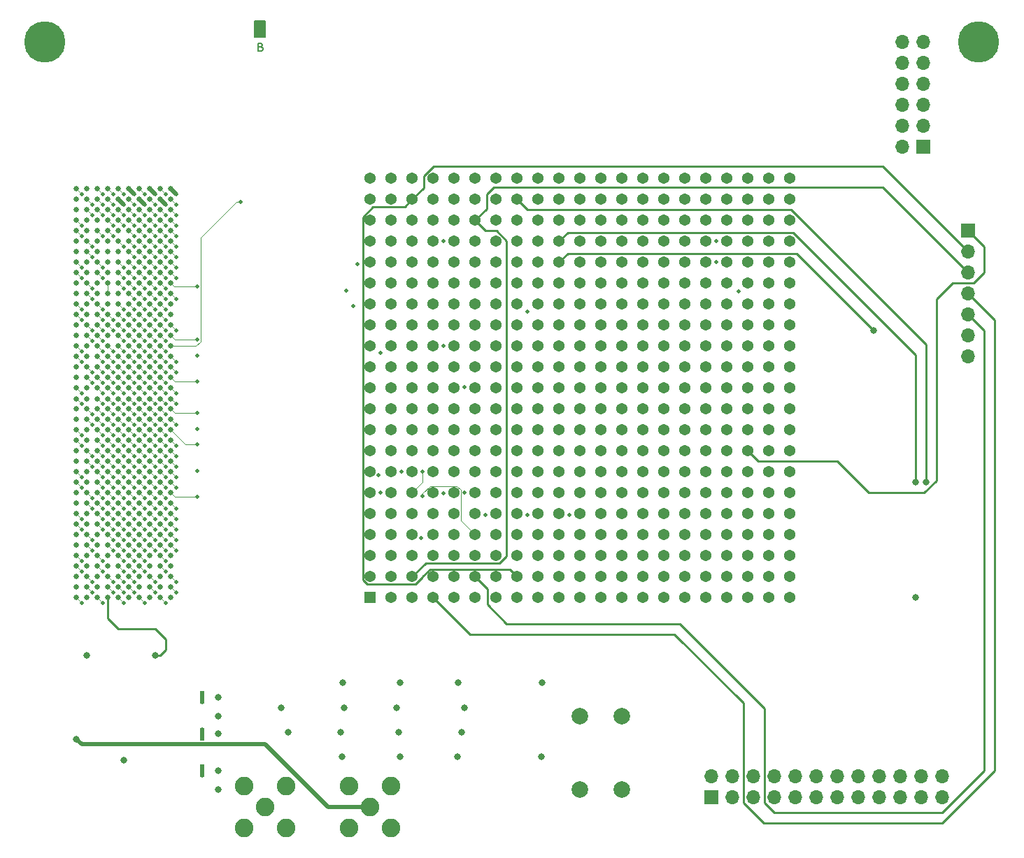
<source format=gbr>
G04 #@! TF.GenerationSoftware,KiCad,Pcbnew,(6.0.9-0)*
G04 #@! TF.CreationDate,2023-01-13T15:28:51-08:00*
G04 #@! TF.ProjectId,ember-pcb,656d6265-722d-4706-9362-2e6b69636164,rev?*
G04 #@! TF.SameCoordinates,Original*
G04 #@! TF.FileFunction,Copper,L12,Bot*
G04 #@! TF.FilePolarity,Positive*
%FSLAX46Y46*%
G04 Gerber Fmt 4.6, Leading zero omitted, Abs format (unit mm)*
G04 Created by KiCad (PCBNEW (6.0.9-0)) date 2023-01-13 15:28:51*
%MOMM*%
%LPD*%
G01*
G04 APERTURE LIST*
G04 #@! TA.AperFunction,NonConductor*
%ADD10C,0.200000*%
G04 #@! TD*
%ADD11C,0.150000*%
G04 #@! TA.AperFunction,NonConductor*
%ADD12C,0.150000*%
G04 #@! TD*
G04 #@! TA.AperFunction,ComponentPad*
%ADD13C,5.000000*%
G04 #@! TD*
G04 #@! TA.AperFunction,ComponentPad*
%ADD14R,1.700000X1.700000*%
G04 #@! TD*
G04 #@! TA.AperFunction,ComponentPad*
%ADD15O,1.700000X1.700000*%
G04 #@! TD*
G04 #@! TA.AperFunction,ComponentPad*
%ADD16C,2.000000*%
G04 #@! TD*
G04 #@! TA.AperFunction,ComponentPad*
%ADD17C,2.250000*%
G04 #@! TD*
G04 #@! TA.AperFunction,ComponentPad*
%ADD18C,0.500000*%
G04 #@! TD*
G04 #@! TA.AperFunction,SMDPad,CuDef*
%ADD19R,0.500000X1.600000*%
G04 #@! TD*
G04 #@! TA.AperFunction,ComponentPad*
%ADD20R,1.368000X1.368000*%
G04 #@! TD*
G04 #@! TA.AperFunction,ComponentPad*
%ADD21C,1.368000*%
G04 #@! TD*
G04 #@! TA.AperFunction,SMDPad,CuDef*
%ADD22C,0.640000*%
G04 #@! TD*
G04 #@! TA.AperFunction,ViaPad*
%ADD23C,0.800000*%
G04 #@! TD*
G04 #@! TA.AperFunction,ViaPad*
%ADD24C,0.508000*%
G04 #@! TD*
G04 #@! TA.AperFunction,Conductor*
%ADD25C,0.250000*%
G04 #@! TD*
G04 #@! TA.AperFunction,Conductor*
%ADD26C,0.508000*%
G04 #@! TD*
G04 #@! TA.AperFunction,Conductor*
%ADD27C,0.101600*%
G04 #@! TD*
G04 APERTURE END LIST*
D10*
X97820000Y-48470000D02*
X99090000Y-48470000D01*
X99090000Y-48470000D02*
X99090000Y-50375000D01*
X99090000Y-50375000D02*
X97820000Y-50375000D01*
X97820000Y-50375000D02*
X97820000Y-48470000D01*
G36*
X97820000Y-48470000D02*
G01*
X99090000Y-48470000D01*
X99090000Y-50375000D01*
X97820000Y-50375000D01*
X97820000Y-48470000D01*
G37*
D11*
D12*
X98526428Y-51573571D02*
X98669285Y-51621190D01*
X98716904Y-51668809D01*
X98764523Y-51764047D01*
X98764523Y-51906904D01*
X98716904Y-52002142D01*
X98669285Y-52049761D01*
X98574047Y-52097380D01*
X98193095Y-52097380D01*
X98193095Y-51097380D01*
X98526428Y-51097380D01*
X98621666Y-51145000D01*
X98669285Y-51192619D01*
X98716904Y-51287857D01*
X98716904Y-51383095D01*
X98669285Y-51478333D01*
X98621666Y-51525952D01*
X98526428Y-51573571D01*
X98193095Y-51573571D01*
D13*
G04 #@! TO.P,H1,1,1*
G04 #@! TO.N,GND*
X72420000Y-51010000D03*
G04 #@! TD*
D14*
G04 #@! TO.P,J4,1,Pin_1*
G04 #@! TO.N,/core_pwr*
X153060000Y-142455000D03*
D15*
G04 #@! TO.P,J4,2,Pin_2*
G04 #@! TO.N,/vdd_fsm*
X153060000Y-139915000D03*
G04 #@! TO.P,J4,3,Pin_3*
G04 #@! TO.N,/core_pwr*
X155600000Y-142455000D03*
G04 #@! TO.P,J4,4,Pin_4*
G04 #@! TO.N,/vdd*
X155600000Y-139915000D03*
G04 #@! TO.P,J4,5,Pin_5*
G04 #@! TO.N,/core_pwr*
X158140000Y-142455000D03*
G04 #@! TO.P,J4,6,Pin_6*
G04 #@! TO.N,/vdd_dac*
X158140000Y-139915000D03*
G04 #@! TO.P,J4,7,Pin_7*
G04 #@! TO.N,/core_pwr*
X160680000Y-142455000D03*
G04 #@! TO.P,J4,8,Pin_8*
G04 #@! TO.N,/vsa*
X160680000Y-139915000D03*
G04 #@! TO.P,J4,9,Pin_9*
G04 #@! TO.N,unconnected-(J4-Pad9)*
X163220000Y-142455000D03*
G04 #@! TO.P,J4,10,Pin_10*
G04 #@! TO.N,unconnected-(J4-Pad10)*
X163220000Y-139915000D03*
G04 #@! TO.P,J4,11,Pin_11*
G04 #@! TO.N,/io_pwr*
X165760000Y-142455000D03*
G04 #@! TO.P,J4,12,Pin_12*
G04 #@! TO.N,/vddio_fsm*
X165760000Y-139915000D03*
G04 #@! TO.P,J4,13,Pin_13*
G04 #@! TO.N,/io_pwr*
X168300000Y-142455000D03*
G04 #@! TO.P,J4,14,Pin_14*
G04 #@! TO.N,/vddio*
X168300000Y-139915000D03*
G04 #@! TO.P,J4,15,Pin_15*
G04 #@! TO.N,/io_pwr*
X170840000Y-142455000D03*
G04 #@! TO.P,J4,16,Pin_16*
G04 #@! TO.N,/vddio_dac*
X170840000Y-139915000D03*
G04 #@! TO.P,J4,17,Pin_17*
G04 #@! TO.N,unconnected-(J4-Pad17)*
X173380000Y-142455000D03*
G04 #@! TO.P,J4,18,Pin_18*
G04 #@! TO.N,unconnected-(J4-Pad18)*
X173380000Y-139915000D03*
G04 #@! TO.P,J4,19,Pin_19*
G04 #@! TO.N,GND*
X175920000Y-142455000D03*
G04 #@! TO.P,J4,20,Pin_20*
X175920000Y-139915000D03*
G04 #@! TO.P,J4,21,Pin_21*
X178460000Y-142455000D03*
G04 #@! TO.P,J4,22,Pin_22*
X178460000Y-139915000D03*
G04 #@! TO.P,J4,23,Pin_23*
X181000000Y-142455000D03*
G04 #@! TO.P,J4,24,Pin_24*
X181000000Y-139915000D03*
G04 #@! TD*
D16*
G04 #@! TO.P,FB1,1*
G04 #@! TO.N,Net-(C1-Pad1)*
X137165000Y-132710000D03*
G04 #@! TO.P,FB1,2*
G04 #@! TO.N,/core_pwr*
X142245000Y-132710000D03*
G04 #@! TD*
D14*
G04 #@! TO.P,J5,1,Pin_1*
G04 #@! TO.N,/wl_source_pin*
X184180000Y-73865000D03*
D15*
G04 #@! TO.P,J5,2,Pin_2*
G04 #@! TO.N,/bl_source_pin*
X184180000Y-76405000D03*
G04 #@! TO.P,J5,3,Pin_3*
G04 #@! TO.N,/sl_source_pin*
X184180000Y-78945000D03*
G04 #@! TO.P,J5,4,Pin_4*
G04 #@! TO.N,/iref_test*
X184180000Y-81485000D03*
G04 #@! TO.P,J5,5,Pin_5*
G04 #@! TO.N,/vdd_test*
X184180000Y-84025000D03*
G04 #@! TO.P,J5,6,Pin_6*
G04 #@! TO.N,/vadj*
X184180000Y-86565000D03*
G04 #@! TO.P,J5,7,Pin_7*
G04 #@! TO.N,GND*
X184180000Y-89105000D03*
G04 #@! TD*
D16*
G04 #@! TO.P,FB2,1*
G04 #@! TO.N,Net-(C6-Pad1)*
X137165000Y-141600000D03*
G04 #@! TO.P,FB2,2*
G04 #@! TO.N,/io_pwr*
X142245000Y-141600000D03*
G04 #@! TD*
D17*
G04 #@! TO.P,J6,1,In*
G04 #@! TO.N,Net-(J6-Pad1)*
X99065000Y-143720000D03*
G04 #@! TO.P,J6,2,Ext*
G04 #@! TO.N,GND*
X101605000Y-146260000D03*
X96525000Y-141180000D03*
X96525000Y-146260000D03*
X101605000Y-141180000D03*
G04 #@! TD*
D18*
G04 #@! TO.P,U4,7,EP*
G04 #@! TO.N,GND*
X91475000Y-139835000D03*
D19*
X91475000Y-139285000D03*
D18*
X91475000Y-138735000D03*
G04 #@! TD*
D14*
G04 #@! TO.P,J2,1,Pin_1*
G04 #@! TO.N,/sc*
X178719000Y-63710000D03*
D15*
G04 #@! TO.P,J2,2,Pin_2*
G04 #@! TO.N,/rst_n*
X176179000Y-63710000D03*
G04 #@! TO.P,J2,3,Pin_3*
G04 #@! TO.N,/sclk*
X178719000Y-61170000D03*
G04 #@! TO.P,J2,4,Pin_4*
G04 #@! TO.N,/rram_busy*
X176179000Y-61170000D03*
G04 #@! TO.P,J2,5,Pin_5*
G04 #@! TO.N,/mosi*
X178719000Y-58630000D03*
G04 #@! TO.P,J2,6,Pin_6*
G04 #@! TO.N,/mclk_pause*
X176179000Y-58630000D03*
G04 #@! TO.P,J2,7,Pin_7*
G04 #@! TO.N,/miso*
X178719000Y-56090000D03*
G04 #@! TO.P,J2,8,Pin_8*
G04 #@! TO.N,unconnected-(J2-Pad8)*
X176179000Y-56090000D03*
G04 #@! TO.P,J2,9,Pin_9*
G04 #@! TO.N,GND*
X178719000Y-53550000D03*
G04 #@! TO.P,J2,10,Pin_10*
X176179000Y-53550000D03*
G04 #@! TO.P,J2,11,Pin_11*
G04 #@! TO.N,unconnected-(J2-Pad11)*
X178719000Y-51010000D03*
G04 #@! TO.P,J2,12,Pin_12*
G04 #@! TO.N,unconnected-(J2-Pad12)*
X176179000Y-51010000D03*
G04 #@! TD*
D17*
G04 #@! TO.P,J3,1,In*
G04 #@! TO.N,Net-(J3-Pad1)*
X111765000Y-143720000D03*
G04 #@! TO.P,J3,2,Ext*
G04 #@! TO.N,GND*
X114305000Y-141180000D03*
X114305000Y-146260000D03*
X109225000Y-141180000D03*
X109225000Y-146260000D03*
G04 #@! TD*
D20*
G04 #@! TO.P,U1,A1,vss*
G04 #@! TO.N,GND*
X111790000Y-118320000D03*
D21*
G04 #@! TO.P,U1,A2,di_36*
G04 #@! TO.N,/di_36*
X114330000Y-118320000D03*
G04 #@! TO.P,U1,A3,vddio_dac*
G04 #@! TO.N,/vddio_dac*
X116870000Y-118320000D03*
G04 #@! TO.P,U1,A4,iref_test*
G04 #@! TO.N,/iref_test*
X119410000Y-118320000D03*
G04 #@! TO.P,U1,A5,vdd_fsm*
G04 #@! TO.N,/vdd_fsm*
X121950000Y-118320000D03*
G04 #@! TO.P,U1,A6,vss*
G04 #@! TO.N,GND*
X124490000Y-118320000D03*
G04 #@! TO.P,U1,A7,di_47*
G04 #@! TO.N,/di_47*
X127030000Y-118320000D03*
G04 #@! TO.P,U1,A8,vdd_dac*
G04 #@! TO.N,/vdd_dac*
X129570000Y-118320000D03*
G04 #@! TO.P,U1,A9,vddio_dac*
G04 #@! TO.N,/vddio_dac*
X132110000Y-118320000D03*
G04 #@! TO.P,U1,A10,vddio*
G04 #@! TO.N,/vddio*
X134650000Y-118320000D03*
G04 #@! TO.P,U1,A11,vsa*
G04 #@! TO.N,/vsa*
X137190000Y-118320000D03*
G04 #@! TO.P,U1,A12,read_ref_4*
G04 #@! TO.N,/read_ref_4*
X139730000Y-118320000D03*
G04 #@! TO.P,U1,A13,rram_addr_0*
G04 #@! TO.N,/rram_addr_0*
X142270000Y-118320000D03*
G04 #@! TO.P,U1,A14,rram_addr_2*
G04 #@! TO.N,/rram_addr_2*
X144810000Y-118320000D03*
G04 #@! TO.P,U1,A15,vss*
G04 #@! TO.N,GND*
X147350000Y-118320000D03*
G04 #@! TO.P,U1,A16,vdd_fsm*
G04 #@! TO.N,/vdd_fsm*
X149890000Y-118320000D03*
G04 #@! TO.P,U1,A17,rram_addr_10*
G04 #@! TO.N,/rram_addr_10*
X152430000Y-118320000D03*
G04 #@! TO.P,U1,A18,vddio_dac*
G04 #@! TO.N,/vddio_dac*
X154970000Y-118320000D03*
G04 #@! TO.P,U1,A19,rram_busy*
G04 #@! TO.N,/rram_busy*
X157510000Y-118320000D03*
G04 #@! TO.P,U1,A20,vss*
G04 #@! TO.N,GND*
X160050000Y-118320000D03*
G04 #@! TO.P,U1,A21*
G04 #@! TO.N,unconnected-(U1-PadA21)*
X162590000Y-118320000D03*
G04 #@! TO.P,U1,B1,vddio*
G04 #@! TO.N,/vddio*
X111790000Y-115780000D03*
G04 #@! TO.P,U1,B2,di_34*
G04 #@! TO.N,/di_34*
X114330000Y-115780000D03*
G04 #@! TO.P,U1,B3,sl_source_pin*
G04 #@! TO.N,/sl_source_pin*
X116870000Y-115780000D03*
G04 #@! TO.P,U1,B4,vddio*
G04 #@! TO.N,/vddio*
X119410000Y-115780000D03*
G04 #@! TO.P,U1,B5,vdd*
G04 #@! TO.N,/vdd*
X121950000Y-115780000D03*
G04 #@! TO.P,U1,B6,vdd_test*
G04 #@! TO.N,/vdd_test*
X124490000Y-115780000D03*
G04 #@! TO.P,U1,B7,vddio_fsm*
G04 #@! TO.N,/vddio_fsm*
X127030000Y-115780000D03*
G04 #@! TO.P,U1,B8,bl_source_pin*
G04 #@! TO.N,/bl_source_pin*
X129570000Y-115780000D03*
G04 #@! TO.P,U1,B9,sa_en*
G04 #@! TO.N,/sa_en*
X132110000Y-115780000D03*
G04 #@! TO.P,U1,B10,read_ref_1*
G04 #@! TO.N,/read_ref_1*
X134650000Y-115780000D03*
G04 #@! TO.P,U1,B11,read_ref_2*
G04 #@! TO.N,/read_ref_2*
X137190000Y-115780000D03*
G04 #@! TO.P,U1,B12,rram_addr_1*
G04 #@! TO.N,/rram_addr_1*
X139730000Y-115780000D03*
G04 #@! TO.P,U1,B13,vddio_fsm*
G04 #@! TO.N,/vddio_fsm*
X142270000Y-115780000D03*
G04 #@! TO.P,U1,B14,rram_addr_6*
G04 #@! TO.N,/rram_addr_6*
X144810000Y-115780000D03*
G04 #@! TO.P,U1,B15,vdd*
G04 #@! TO.N,/vdd*
X147350000Y-115780000D03*
G04 #@! TO.P,U1,B16,vddio*
G04 #@! TO.N,/vddio*
X149890000Y-115780000D03*
G04 #@! TO.P,U1,B17,vddio_fsm*
G04 #@! TO.N,/vddio_fsm*
X152430000Y-115780000D03*
G04 #@! TO.P,U1,B18,sl_en*
G04 #@! TO.N,/sl_en*
X154970000Y-115780000D03*
G04 #@! TO.P,U1,B19,read_dac_config_0*
G04 #@! TO.N,/read_dac_config_0*
X157510000Y-115780000D03*
G04 #@! TO.P,U1,B20,vdd_dac*
G04 #@! TO.N,/vdd_dac*
X160050000Y-115780000D03*
G04 #@! TO.P,U1,B21*
G04 #@! TO.N,unconnected-(U1-PadB21)*
X162590000Y-115780000D03*
G04 #@! TO.P,U1,C1,vddio_fsm*
G04 #@! TO.N,/vddio_fsm*
X111790000Y-113240000D03*
G04 #@! TO.P,U1,C2,vdd_dac*
G04 #@! TO.N,/vdd_dac*
X114330000Y-113240000D03*
G04 #@! TO.P,U1,C3,vss*
G04 #@! TO.N,GND*
X116870000Y-113240000D03*
G04 #@! TO.P,U1,C4,di_37*
G04 #@! TO.N,/di_37*
X119410000Y-113240000D03*
G04 #@! TO.P,U1,C5,di_39*
G04 #@! TO.N,/di_39*
X121950000Y-113240000D03*
G04 #@! TO.P,U1,C6,di_41*
G04 #@! TO.N,/di_41*
X124490000Y-113240000D03*
G04 #@! TO.P,U1,C7,di_42*
G04 #@! TO.N,/di_42*
X127030000Y-113240000D03*
G04 #@! TO.P,U1,C8,di_44*
G04 #@! TO.N,/di_44*
X129570000Y-113240000D03*
G04 #@! TO.P,U1,C9,di_45*
G04 #@! TO.N,/di_45*
X132110000Y-113240000D03*
G04 #@! TO.P,U1,C10,set_rst*
G04 #@! TO.N,/set_rst*
X134650000Y-113240000D03*
G04 #@! TO.P,U1,C11,read_ref_5*
G04 #@! TO.N,/read_ref_5*
X137190000Y-113240000D03*
G04 #@! TO.P,U1,C12,rram_addr_4*
G04 #@! TO.N,/rram_addr_4*
X139730000Y-113240000D03*
G04 #@! TO.P,U1,C13,rram_addr_5*
G04 #@! TO.N,/rram_addr_5*
X142270000Y-113240000D03*
G04 #@! TO.P,U1,C14,rram_addr_8*
G04 #@! TO.N,/rram_addr_8*
X144810000Y-113240000D03*
G04 #@! TO.P,U1,C15,rram_addr_11*
G04 #@! TO.N,/rram_addr_11*
X147350000Y-113240000D03*
G04 #@! TO.P,U1,C16,rram_addr_13*
G04 #@! TO.N,/rram_addr_13*
X149890000Y-113240000D03*
G04 #@! TO.P,U1,C17,rram_addr_15*
G04 #@! TO.N,/rram_addr_15*
X152430000Y-113240000D03*
G04 #@! TO.P,U1,C18,vss*
G04 #@! TO.N,GND*
X154970000Y-113240000D03*
G04 #@! TO.P,U1,C19,vddio*
G04 #@! TO.N,/vddio*
X157510000Y-113240000D03*
G04 #@! TO.P,U1,C20,vdd*
G04 #@! TO.N,/vdd*
X160050000Y-113240000D03*
G04 #@! TO.P,U1,C21*
G04 #@! TO.N,unconnected-(U1-PadC21)*
X162590000Y-113240000D03*
G04 #@! TO.P,U1,D1,di_27*
G04 #@! TO.N,/di_27*
X111790000Y-110700000D03*
G04 #@! TO.P,U1,D2,vdd*
G04 #@! TO.N,/vdd*
X114330000Y-110700000D03*
G04 #@! TO.P,U1,D3,di_32*
G04 #@! TO.N,/di_32*
X116870000Y-110700000D03*
G04 #@! TO.P,U1,D4,di_33*
G04 #@! TO.N,/di_33*
X119410000Y-110700000D03*
G04 #@! TO.P,U1,D5,di_35*
G04 #@! TO.N,/di_35*
X121950000Y-110700000D03*
G04 #@! TO.P,U1,D6,di_38*
G04 #@! TO.N,/di_38*
X124490000Y-110700000D03*
G04 #@! TO.P,U1,D7,di_40*
G04 #@! TO.N,/di_40*
X127030000Y-110700000D03*
G04 #@! TO.P,U1,D8,di_43*
G04 #@! TO.N,/di_43*
X129570000Y-110700000D03*
G04 #@! TO.P,U1,D9,di_46*
G04 #@! TO.N,/di_46*
X132110000Y-110700000D03*
G04 #@! TO.P,U1,D10,read_ref_0*
G04 #@! TO.N,/read_ref_0*
X134650000Y-110700000D03*
G04 #@! TO.P,U1,D11,read_ref_3*
G04 #@! TO.N,/read_ref_3*
X137190000Y-110700000D03*
G04 #@! TO.P,U1,D12,rram_addr_3*
G04 #@! TO.N,/rram_addr_3*
X139730000Y-110700000D03*
G04 #@! TO.P,U1,D13,rram_addr_7*
G04 #@! TO.N,/rram_addr_7*
X142270000Y-110700000D03*
G04 #@! TO.P,U1,D14,rram_addr_9*
G04 #@! TO.N,/rram_addr_9*
X144810000Y-110700000D03*
G04 #@! TO.P,U1,D15,rram_addr_12*
G04 #@! TO.N,/rram_addr_12*
X147350000Y-110700000D03*
G04 #@! TO.P,U1,D16,rram_addr_14*
G04 #@! TO.N,/rram_addr_14*
X149890000Y-110700000D03*
G04 #@! TO.P,U1,D17,we*
G04 #@! TO.N,/we*
X152430000Y-110700000D03*
G04 #@! TO.P,U1,D18,read_dac_config_2*
G04 #@! TO.N,/read_dac_config_2*
X154970000Y-110700000D03*
G04 #@! TO.P,U1,D19,vddio_fsm*
G04 #@! TO.N,/vddio_fsm*
X157510000Y-110700000D03*
G04 #@! TO.P,U1,D20,vddio_dac*
G04 #@! TO.N,/vddio_dac*
X160050000Y-110700000D03*
G04 #@! TO.P,U1,D21*
G04 #@! TO.N,unconnected-(U1-PadD21)*
X162590000Y-110700000D03*
G04 #@! TO.P,U1,E1,di_23*
G04 #@! TO.N,/di_23*
X111790000Y-108160000D03*
G04 #@! TO.P,U1,E2,vddio_dac*
G04 #@! TO.N,/vddio_dac*
X114330000Y-108160000D03*
G04 #@! TO.P,U1,E3,di_30*
G04 #@! TO.N,/di_30*
X116870000Y-108160000D03*
G04 #@! TO.P,U1,E4,di_31*
G04 #@! TO.N,/di_31*
X119410000Y-108160000D03*
G04 #@! TO.P,U1,E5*
G04 #@! TO.N,unconnected-(U1-PadE5)*
X121950000Y-108160000D03*
G04 #@! TO.P,U1,E6*
G04 #@! TO.N,unconnected-(U1-PadE6)*
X124490000Y-108160000D03*
G04 #@! TO.P,U1,E7*
G04 #@! TO.N,unconnected-(U1-PadE7)*
X127030000Y-108160000D03*
G04 #@! TO.P,U1,E8*
G04 #@! TO.N,unconnected-(U1-PadE8)*
X129570000Y-108160000D03*
G04 #@! TO.P,U1,E9*
G04 #@! TO.N,unconnected-(U1-PadE9)*
X132110000Y-108160000D03*
G04 #@! TO.P,U1,E10*
G04 #@! TO.N,unconnected-(U1-PadE10)*
X134650000Y-108160000D03*
G04 #@! TO.P,U1,E11*
G04 #@! TO.N,unconnected-(U1-PadE11)*
X137190000Y-108160000D03*
G04 #@! TO.P,U1,E12*
G04 #@! TO.N,unconnected-(U1-PadE12)*
X139730000Y-108160000D03*
G04 #@! TO.P,U1,E13*
G04 #@! TO.N,unconnected-(U1-PadE13)*
X142270000Y-108160000D03*
G04 #@! TO.P,U1,E14*
G04 #@! TO.N,unconnected-(U1-PadE14)*
X144810000Y-108160000D03*
G04 #@! TO.P,U1,E15*
G04 #@! TO.N,unconnected-(U1-PadE15)*
X147350000Y-108160000D03*
G04 #@! TO.P,U1,E16*
G04 #@! TO.N,unconnected-(U1-PadE16)*
X149890000Y-108160000D03*
G04 #@! TO.P,U1,E17,read_dac_config_1*
G04 #@! TO.N,/read_dac_config_1*
X152430000Y-108160000D03*
G04 #@! TO.P,U1,E18,wl_dac_config_0*
G04 #@! TO.N,/wl_dac_config_0*
X154970000Y-108160000D03*
G04 #@! TO.P,U1,E19,wl_dac_config_3*
G04 #@! TO.N,/wl_dac_config_3*
X157510000Y-108160000D03*
G04 #@! TO.P,U1,E20,wl_dac_config_5*
G04 #@! TO.N,/wl_dac_config_5*
X160050000Y-108160000D03*
G04 #@! TO.P,U1,E21*
G04 #@! TO.N,unconnected-(U1-PadE21)*
X162590000Y-108160000D03*
G04 #@! TO.P,U1,F1,vddio_fsm*
G04 #@! TO.N,/vddio_fsm*
X111790000Y-105620000D03*
G04 #@! TO.P,U1,F2,di_25*
G04 #@! TO.N,/di_25*
X114330000Y-105620000D03*
G04 #@! TO.P,U1,F3,di_28*
G04 #@! TO.N,/di_28*
X116870000Y-105620000D03*
G04 #@! TO.P,U1,F4,di_29*
G04 #@! TO.N,/di_29*
X119410000Y-105620000D03*
G04 #@! TO.P,U1,F5*
G04 #@! TO.N,unconnected-(U1-PadF5)*
X121950000Y-105620000D03*
G04 #@! TO.P,U1,F6*
G04 #@! TO.N,unconnected-(U1-PadF6)*
X124490000Y-105620000D03*
G04 #@! TO.P,U1,F7*
G04 #@! TO.N,unconnected-(U1-PadF7)*
X127030000Y-105620000D03*
G04 #@! TO.P,U1,F8*
G04 #@! TO.N,unconnected-(U1-PadF8)*
X129570000Y-105620000D03*
G04 #@! TO.P,U1,F9*
G04 #@! TO.N,unconnected-(U1-PadF9)*
X132110000Y-105620000D03*
G04 #@! TO.P,U1,F10*
G04 #@! TO.N,unconnected-(U1-PadF10)*
X134650000Y-105620000D03*
G04 #@! TO.P,U1,F11*
G04 #@! TO.N,unconnected-(U1-PadF11)*
X137190000Y-105620000D03*
G04 #@! TO.P,U1,F12*
G04 #@! TO.N,unconnected-(U1-PadF12)*
X139730000Y-105620000D03*
G04 #@! TO.P,U1,F13*
G04 #@! TO.N,unconnected-(U1-PadF13)*
X142270000Y-105620000D03*
G04 #@! TO.P,U1,F14*
G04 #@! TO.N,unconnected-(U1-PadF14)*
X144810000Y-105620000D03*
G04 #@! TO.P,U1,F15*
G04 #@! TO.N,unconnected-(U1-PadF15)*
X147350000Y-105620000D03*
G04 #@! TO.P,U1,F16*
G04 #@! TO.N,unconnected-(U1-PadF16)*
X149890000Y-105620000D03*
G04 #@! TO.P,U1,F17,read_dac_config_3*
G04 #@! TO.N,/read_dac_config_3*
X152430000Y-105620000D03*
G04 #@! TO.P,U1,F18,wl_dac_config_2*
G04 #@! TO.N,/wl_dac_config_2*
X154970000Y-105620000D03*
G04 #@! TO.P,U1,F19,wl_dac_config_7*
G04 #@! TO.N,/wl_dac_config_7*
X157510000Y-105620000D03*
G04 #@! TO.P,U1,F20,vdd_fsm*
G04 #@! TO.N,/vdd_fsm*
X160050000Y-105620000D03*
G04 #@! TO.P,U1,F21*
G04 #@! TO.N,unconnected-(U1-PadF21)*
X162590000Y-105620000D03*
G04 #@! TO.P,U1,G1,di_18*
G04 #@! TO.N,/di_18*
X111790000Y-103080000D03*
G04 #@! TO.P,U1,G2,vdd_fsm*
G04 #@! TO.N,/vdd_fsm*
X114330000Y-103080000D03*
G04 #@! TO.P,U1,G3,di_24*
G04 #@! TO.N,/di_24*
X116870000Y-103080000D03*
G04 #@! TO.P,U1,G4,di_26*
G04 #@! TO.N,/di_26*
X119410000Y-103080000D03*
G04 #@! TO.P,U1,G5*
G04 #@! TO.N,unconnected-(U1-PadG5)*
X121950000Y-103080000D03*
G04 #@! TO.P,U1,G6*
G04 #@! TO.N,unconnected-(U1-PadG6)*
X124490000Y-103080000D03*
G04 #@! TO.P,U1,G7*
G04 #@! TO.N,unconnected-(U1-PadG7)*
X127030000Y-103080000D03*
G04 #@! TO.P,U1,G8*
G04 #@! TO.N,unconnected-(U1-PadG8)*
X129570000Y-103080000D03*
G04 #@! TO.P,U1,G9*
G04 #@! TO.N,unconnected-(U1-PadG9)*
X132110000Y-103080000D03*
G04 #@! TO.P,U1,G10*
G04 #@! TO.N,unconnected-(U1-PadG10)*
X134650000Y-103080000D03*
G04 #@! TO.P,U1,G11*
G04 #@! TO.N,unconnected-(U1-PadG11)*
X137190000Y-103080000D03*
G04 #@! TO.P,U1,G12*
G04 #@! TO.N,unconnected-(U1-PadG12)*
X139730000Y-103080000D03*
G04 #@! TO.P,U1,G13*
G04 #@! TO.N,unconnected-(U1-PadG13)*
X142270000Y-103080000D03*
G04 #@! TO.P,U1,G14*
G04 #@! TO.N,unconnected-(U1-PadG14)*
X144810000Y-103080000D03*
G04 #@! TO.P,U1,G15*
G04 #@! TO.N,unconnected-(U1-PadG15)*
X147350000Y-103080000D03*
G04 #@! TO.P,U1,G16*
G04 #@! TO.N,unconnected-(U1-PadG16)*
X149890000Y-103080000D03*
G04 #@! TO.P,U1,G17,wl_dac_config_1*
G04 #@! TO.N,/wl_dac_config_1*
X152430000Y-103080000D03*
G04 #@! TO.P,U1,G18,wl_dac_config_4*
G04 #@! TO.N,/wl_dac_config_4*
X154970000Y-103080000D03*
G04 #@! TO.P,U1,G19,vddio_fsm*
G04 #@! TO.N,/vddio_fsm*
X157510000Y-103080000D03*
G04 #@! TO.P,U1,G20,vss*
G04 #@! TO.N,GND*
X160050000Y-103080000D03*
G04 #@! TO.P,U1,G21*
G04 #@! TO.N,unconnected-(U1-PadG21)*
X162590000Y-103080000D03*
G04 #@! TO.P,U1,H1,di_16*
G04 #@! TO.N,/di_16*
X111790000Y-100540000D03*
G04 #@! TO.P,U1,H2,vss*
G04 #@! TO.N,GND*
X114330000Y-100540000D03*
G04 #@! TO.P,U1,H3,di_21*
G04 #@! TO.N,/di_21*
X116870000Y-100540000D03*
G04 #@! TO.P,U1,H4,di_22*
G04 #@! TO.N,/di_22*
X119410000Y-100540000D03*
G04 #@! TO.P,U1,H5*
G04 #@! TO.N,unconnected-(U1-PadH5)*
X121950000Y-100540000D03*
G04 #@! TO.P,U1,H6*
G04 #@! TO.N,unconnected-(U1-PadH6)*
X124490000Y-100540000D03*
G04 #@! TO.P,U1,H7*
G04 #@! TO.N,unconnected-(U1-PadH7)*
X127030000Y-100540000D03*
G04 #@! TO.P,U1,H8*
G04 #@! TO.N,unconnected-(U1-PadH8)*
X129570000Y-100540000D03*
G04 #@! TO.P,U1,H9*
G04 #@! TO.N,unconnected-(U1-PadH9)*
X132110000Y-100540000D03*
G04 #@! TO.P,U1,H10*
G04 #@! TO.N,unconnected-(U1-PadH10)*
X134650000Y-100540000D03*
G04 #@! TO.P,U1,H11*
G04 #@! TO.N,unconnected-(U1-PadH11)*
X137190000Y-100540000D03*
G04 #@! TO.P,U1,H12*
G04 #@! TO.N,unconnected-(U1-PadH12)*
X139730000Y-100540000D03*
G04 #@! TO.P,U1,H13*
G04 #@! TO.N,unconnected-(U1-PadH13)*
X142270000Y-100540000D03*
G04 #@! TO.P,U1,H14*
G04 #@! TO.N,unconnected-(U1-PadH14)*
X144810000Y-100540000D03*
G04 #@! TO.P,U1,H15*
G04 #@! TO.N,unconnected-(U1-PadH15)*
X147350000Y-100540000D03*
G04 #@! TO.P,U1,H16*
G04 #@! TO.N,unconnected-(U1-PadH16)*
X149890000Y-100540000D03*
G04 #@! TO.P,U1,H17,wl_dac_config_6*
G04 #@! TO.N,/wl_dac_config_6*
X152430000Y-100540000D03*
G04 #@! TO.P,U1,H18,wl_dac_en*
G04 #@! TO.N,/wl_dac_en*
X154970000Y-100540000D03*
G04 #@! TO.P,U1,H19,wl_source_pin*
G04 #@! TO.N,/wl_source_pin*
X157510000Y-100540000D03*
G04 #@! TO.P,U1,H20,sa_do_2*
G04 #@! TO.N,/sa_do_2*
X160050000Y-100540000D03*
G04 #@! TO.P,U1,H21*
G04 #@! TO.N,unconnected-(U1-PadH21)*
X162590000Y-100540000D03*
G04 #@! TO.P,U1,J1,di_14*
G04 #@! TO.N,/di_14*
X111790000Y-98000000D03*
G04 #@! TO.P,U1,J2,di_17*
G04 #@! TO.N,/di_17*
X114330000Y-98000000D03*
G04 #@! TO.P,U1,J3,di_20*
G04 #@! TO.N,/di_20*
X116870000Y-98000000D03*
G04 #@! TO.P,U1,J4,di_19*
G04 #@! TO.N,/di_19*
X119410000Y-98000000D03*
G04 #@! TO.P,U1,J5*
G04 #@! TO.N,unconnected-(U1-PadJ5)*
X121950000Y-98000000D03*
G04 #@! TO.P,U1,J6*
G04 #@! TO.N,unconnected-(U1-PadJ6)*
X124490000Y-98000000D03*
G04 #@! TO.P,U1,J7*
G04 #@! TO.N,unconnected-(U1-PadJ7)*
X127030000Y-98000000D03*
G04 #@! TO.P,U1,J8*
G04 #@! TO.N,unconnected-(U1-PadJ8)*
X129570000Y-98000000D03*
G04 #@! TO.P,U1,J9*
G04 #@! TO.N,unconnected-(U1-PadJ9)*
X132110000Y-98000000D03*
G04 #@! TO.P,U1,J10*
G04 #@! TO.N,unconnected-(U1-PadJ10)*
X134650000Y-98000000D03*
G04 #@! TO.P,U1,J11*
G04 #@! TO.N,unconnected-(U1-PadJ11)*
X137190000Y-98000000D03*
G04 #@! TO.P,U1,J12*
G04 #@! TO.N,unconnected-(U1-PadJ12)*
X139730000Y-98000000D03*
G04 #@! TO.P,U1,J13*
G04 #@! TO.N,unconnected-(U1-PadJ13)*
X142270000Y-98000000D03*
G04 #@! TO.P,U1,J14*
G04 #@! TO.N,unconnected-(U1-PadJ14)*
X144810000Y-98000000D03*
G04 #@! TO.P,U1,J15*
G04 #@! TO.N,unconnected-(U1-PadJ15)*
X147350000Y-98000000D03*
G04 #@! TO.P,U1,J16*
G04 #@! TO.N,unconnected-(U1-PadJ16)*
X149890000Y-98000000D03*
G04 #@! TO.P,U1,J17,bleed_en*
G04 #@! TO.N,/bleed_en*
X152430000Y-98000000D03*
G04 #@! TO.P,U1,J18,wl_en*
G04 #@! TO.N,/wl_en*
X154970000Y-98000000D03*
G04 #@! TO.P,U1,J19,sa_do_0*
G04 #@! TO.N,/sa_do_0*
X157510000Y-98000000D03*
G04 #@! TO.P,U1,J20,sa_do_4*
G04 #@! TO.N,/sa_do_4*
X160050000Y-98000000D03*
G04 #@! TO.P,U1,J21*
G04 #@! TO.N,unconnected-(U1-PadJ21)*
X162590000Y-98000000D03*
G04 #@! TO.P,U1,K1,vsa*
G04 #@! TO.N,/vsa*
X111790000Y-95460000D03*
G04 #@! TO.P,U1,K2,di_12*
G04 #@! TO.N,/di_12*
X114330000Y-95460000D03*
G04 #@! TO.P,U1,K3,di_15*
G04 #@! TO.N,/di_15*
X116870000Y-95460000D03*
G04 #@! TO.P,U1,K4,di_13*
G04 #@! TO.N,/di_13*
X119410000Y-95460000D03*
G04 #@! TO.P,U1,K5*
G04 #@! TO.N,unconnected-(U1-PadK5)*
X121950000Y-95460000D03*
G04 #@! TO.P,U1,K6*
G04 #@! TO.N,unconnected-(U1-PadK6)*
X124490000Y-95460000D03*
G04 #@! TO.P,U1,K7*
G04 #@! TO.N,unconnected-(U1-PadK7)*
X127030000Y-95460000D03*
G04 #@! TO.P,U1,K8*
G04 #@! TO.N,unconnected-(U1-PadK8)*
X129570000Y-95460000D03*
G04 #@! TO.P,U1,K9*
G04 #@! TO.N,unconnected-(U1-PadK9)*
X132110000Y-95460000D03*
G04 #@! TO.P,U1,K10*
G04 #@! TO.N,unconnected-(U1-PadK10)*
X134650000Y-95460000D03*
G04 #@! TO.P,U1,K11*
G04 #@! TO.N,unconnected-(U1-PadK11)*
X137190000Y-95460000D03*
G04 #@! TO.P,U1,K12*
G04 #@! TO.N,unconnected-(U1-PadK12)*
X139730000Y-95460000D03*
G04 #@! TO.P,U1,K13*
G04 #@! TO.N,unconnected-(U1-PadK13)*
X142270000Y-95460000D03*
G04 #@! TO.P,U1,K14*
G04 #@! TO.N,unconnected-(U1-PadK14)*
X144810000Y-95460000D03*
G04 #@! TO.P,U1,K15*
G04 #@! TO.N,unconnected-(U1-PadK15)*
X147350000Y-95460000D03*
G04 #@! TO.P,U1,K16*
G04 #@! TO.N,unconnected-(U1-PadK16)*
X149890000Y-95460000D03*
G04 #@! TO.P,U1,K17,sa_do_3*
G04 #@! TO.N,/sa_do_3*
X152430000Y-95460000D03*
G04 #@! TO.P,U1,K18,sa_do_1*
G04 #@! TO.N,/sa_do_1*
X154970000Y-95460000D03*
G04 #@! TO.P,U1,K19,sa_do_5*
G04 #@! TO.N,/sa_do_5*
X157510000Y-95460000D03*
G04 #@! TO.P,U1,K20,vsa*
G04 #@! TO.N,/vsa*
X160050000Y-95460000D03*
G04 #@! TO.P,U1,K21*
G04 #@! TO.N,unconnected-(U1-PadK21)*
X162590000Y-95460000D03*
G04 #@! TO.P,U1,L1,vdd*
G04 #@! TO.N,/vdd*
X111790000Y-92920000D03*
G04 #@! TO.P,U1,L2,di_11*
G04 #@! TO.N,/di_11*
X114330000Y-92920000D03*
G04 #@! TO.P,U1,L3,di_9*
G04 #@! TO.N,/di_9*
X116870000Y-92920000D03*
G04 #@! TO.P,U1,L4,di_10*
G04 #@! TO.N,/di_10*
X119410000Y-92920000D03*
G04 #@! TO.P,U1,L5*
G04 #@! TO.N,unconnected-(U1-PadL5)*
X121950000Y-92920000D03*
G04 #@! TO.P,U1,L6*
G04 #@! TO.N,unconnected-(U1-PadL6)*
X124490000Y-92920000D03*
G04 #@! TO.P,U1,L7*
G04 #@! TO.N,unconnected-(U1-PadL7)*
X127030000Y-92920000D03*
G04 #@! TO.P,U1,L8*
G04 #@! TO.N,unconnected-(U1-PadL8)*
X129570000Y-92920000D03*
G04 #@! TO.P,U1,L9*
G04 #@! TO.N,unconnected-(U1-PadL9)*
X132110000Y-92920000D03*
G04 #@! TO.P,U1,L10*
G04 #@! TO.N,unconnected-(U1-PadL10)*
X134650000Y-92920000D03*
G04 #@! TO.P,U1,L11*
G04 #@! TO.N,unconnected-(U1-PadL11)*
X137190000Y-92920000D03*
G04 #@! TO.P,U1,L12*
G04 #@! TO.N,unconnected-(U1-PadL12)*
X139730000Y-92920000D03*
G04 #@! TO.P,U1,L13*
G04 #@! TO.N,unconnected-(U1-PadL13)*
X142270000Y-92920000D03*
G04 #@! TO.P,U1,L14*
G04 #@! TO.N,unconnected-(U1-PadL14)*
X144810000Y-92920000D03*
G04 #@! TO.P,U1,L15*
G04 #@! TO.N,unconnected-(U1-PadL15)*
X147350000Y-92920000D03*
G04 #@! TO.P,U1,L16*
G04 #@! TO.N,unconnected-(U1-PadL16)*
X149890000Y-92920000D03*
G04 #@! TO.P,U1,L17,sa_do_7*
G04 #@! TO.N,/sa_do_7*
X152430000Y-92920000D03*
G04 #@! TO.P,U1,L18,sa_do_8*
G04 #@! TO.N,/sa_do_8*
X154970000Y-92920000D03*
G04 #@! TO.P,U1,L19,sa_do_6*
G04 #@! TO.N,/sa_do_6*
X157510000Y-92920000D03*
G04 #@! TO.P,U1,L20,vdd*
G04 #@! TO.N,/vdd*
X160050000Y-92920000D03*
G04 #@! TO.P,U1,L21*
G04 #@! TO.N,unconnected-(U1-PadL21)*
X162590000Y-92920000D03*
G04 #@! TO.P,U1,M1,vddio_dac*
G04 #@! TO.N,/vddio_dac*
X111790000Y-90380000D03*
G04 #@! TO.P,U1,M2,di_7*
G04 #@! TO.N,/di_7*
X114330000Y-90380000D03*
G04 #@! TO.P,U1,M3,di_5*
G04 #@! TO.N,/di_5*
X116870000Y-90380000D03*
G04 #@! TO.P,U1,M4,di_6*
G04 #@! TO.N,/di_6*
X119410000Y-90380000D03*
G04 #@! TO.P,U1,M5*
G04 #@! TO.N,unconnected-(U1-PadM5)*
X121950000Y-90380000D03*
G04 #@! TO.P,U1,M6*
G04 #@! TO.N,unconnected-(U1-PadM6)*
X124490000Y-90380000D03*
G04 #@! TO.P,U1,M7*
G04 #@! TO.N,unconnected-(U1-PadM7)*
X127030000Y-90380000D03*
G04 #@! TO.P,U1,M8*
G04 #@! TO.N,unconnected-(U1-PadM8)*
X129570000Y-90380000D03*
G04 #@! TO.P,U1,M9*
G04 #@! TO.N,unconnected-(U1-PadM9)*
X132110000Y-90380000D03*
G04 #@! TO.P,U1,M10*
G04 #@! TO.N,unconnected-(U1-PadM10)*
X134650000Y-90380000D03*
G04 #@! TO.P,U1,M11*
G04 #@! TO.N,unconnected-(U1-PadM11)*
X137190000Y-90380000D03*
G04 #@! TO.P,U1,M12*
G04 #@! TO.N,unconnected-(U1-PadM12)*
X139730000Y-90380000D03*
G04 #@! TO.P,U1,M13*
G04 #@! TO.N,unconnected-(U1-PadM13)*
X142270000Y-90380000D03*
G04 #@! TO.P,U1,M14*
G04 #@! TO.N,unconnected-(U1-PadM14)*
X144810000Y-90380000D03*
G04 #@! TO.P,U1,M15*
G04 #@! TO.N,unconnected-(U1-PadM15)*
X147350000Y-90380000D03*
G04 #@! TO.P,U1,M16*
G04 #@! TO.N,unconnected-(U1-PadM16)*
X149890000Y-90380000D03*
G04 #@! TO.P,U1,M17,sa_do_11*
G04 #@! TO.N,/sa_do_11*
X152430000Y-90380000D03*
G04 #@! TO.P,U1,M18,sa_do_12*
G04 #@! TO.N,/sa_do_12*
X154970000Y-90380000D03*
G04 #@! TO.P,U1,M19,sa_do_9*
G04 #@! TO.N,/sa_do_9*
X157510000Y-90380000D03*
G04 #@! TO.P,U1,M20,vddio_dac*
G04 #@! TO.N,/vddio_dac*
X160050000Y-90380000D03*
G04 #@! TO.P,U1,M21*
G04 #@! TO.N,unconnected-(U1-PadM21)*
X162590000Y-90380000D03*
G04 #@! TO.P,U1,N1,vddio*
G04 #@! TO.N,/vddio*
X111790000Y-87840000D03*
G04 #@! TO.P,U1,N2,di_8*
G04 #@! TO.N,/di_8*
X114330000Y-87840000D03*
G04 #@! TO.P,U1,N3,di_4*
G04 #@! TO.N,/di_4*
X116870000Y-87840000D03*
G04 #@! TO.P,U1,N4,di_2*
G04 #@! TO.N,/di_2*
X119410000Y-87840000D03*
G04 #@! TO.P,U1,N5*
G04 #@! TO.N,unconnected-(U1-PadN5)*
X121950000Y-87840000D03*
G04 #@! TO.P,U1,N6*
G04 #@! TO.N,unconnected-(U1-PadN6)*
X124490000Y-87840000D03*
G04 #@! TO.P,U1,N7*
G04 #@! TO.N,unconnected-(U1-PadN7)*
X127030000Y-87840000D03*
G04 #@! TO.P,U1,N8*
G04 #@! TO.N,unconnected-(U1-PadN8)*
X129570000Y-87840000D03*
G04 #@! TO.P,U1,N9*
G04 #@! TO.N,unconnected-(U1-PadN9)*
X132110000Y-87840000D03*
G04 #@! TO.P,U1,N10*
G04 #@! TO.N,unconnected-(U1-PadN10)*
X134650000Y-87840000D03*
G04 #@! TO.P,U1,N11*
G04 #@! TO.N,unconnected-(U1-PadN11)*
X137190000Y-87840000D03*
G04 #@! TO.P,U1,N12*
G04 #@! TO.N,unconnected-(U1-PadN12)*
X139730000Y-87840000D03*
G04 #@! TO.P,U1,N13*
G04 #@! TO.N,unconnected-(U1-PadN13)*
X142270000Y-87840000D03*
G04 #@! TO.P,U1,N14*
G04 #@! TO.N,unconnected-(U1-PadN14)*
X144810000Y-87840000D03*
G04 #@! TO.P,U1,N15*
G04 #@! TO.N,unconnected-(U1-PadN15)*
X147350000Y-87840000D03*
G04 #@! TO.P,U1,N16*
G04 #@! TO.N,unconnected-(U1-PadN16)*
X149890000Y-87840000D03*
G04 #@! TO.P,U1,N17,sa_do_14*
G04 #@! TO.N,/sa_do_14*
X152430000Y-87840000D03*
G04 #@! TO.P,U1,N18,sa_do_13*
G04 #@! TO.N,/sa_do_13*
X154970000Y-87840000D03*
G04 #@! TO.P,U1,N19,vss*
G04 #@! TO.N,GND*
X157510000Y-87840000D03*
G04 #@! TO.P,U1,N20,vddio*
G04 #@! TO.N,/vddio*
X160050000Y-87840000D03*
G04 #@! TO.P,U1,N21*
G04 #@! TO.N,unconnected-(U1-PadN21)*
X162590000Y-87840000D03*
G04 #@! TO.P,U1,P1,vss*
G04 #@! TO.N,GND*
X111790000Y-85300000D03*
G04 #@! TO.P,U1,P2,vddio_fsm*
G04 #@! TO.N,/vddio_fsm*
X114330000Y-85300000D03*
G04 #@! TO.P,U1,P3,di_0*
G04 #@! TO.N,/di_0*
X116870000Y-85300000D03*
G04 #@! TO.P,U1,P4,clamp_ref_5*
G04 #@! TO.N,/clamp_ref_5*
X119410000Y-85300000D03*
G04 #@! TO.P,U1,P5*
G04 #@! TO.N,unconnected-(U1-PadP5)*
X121950000Y-85300000D03*
G04 #@! TO.P,U1,P6*
G04 #@! TO.N,unconnected-(U1-PadP6)*
X124490000Y-85300000D03*
G04 #@! TO.P,U1,P7*
G04 #@! TO.N,unconnected-(U1-PadP7)*
X127030000Y-85300000D03*
G04 #@! TO.P,U1,P8*
G04 #@! TO.N,unconnected-(U1-PadP8)*
X129570000Y-85300000D03*
G04 #@! TO.P,U1,P9*
G04 #@! TO.N,unconnected-(U1-PadP9)*
X132110000Y-85300000D03*
G04 #@! TO.P,U1,P10*
G04 #@! TO.N,unconnected-(U1-PadP10)*
X134650000Y-85300000D03*
G04 #@! TO.P,U1,P11*
G04 #@! TO.N,unconnected-(U1-PadP11)*
X137190000Y-85300000D03*
G04 #@! TO.P,U1,P12*
G04 #@! TO.N,unconnected-(U1-PadP12)*
X139730000Y-85300000D03*
G04 #@! TO.P,U1,P13*
G04 #@! TO.N,unconnected-(U1-PadP13)*
X142270000Y-85300000D03*
G04 #@! TO.P,U1,P14*
G04 #@! TO.N,unconnected-(U1-PadP14)*
X144810000Y-85300000D03*
G04 #@! TO.P,U1,P15*
G04 #@! TO.N,unconnected-(U1-PadP15)*
X147350000Y-85300000D03*
G04 #@! TO.P,U1,P16*
G04 #@! TO.N,unconnected-(U1-PadP16)*
X149890000Y-85300000D03*
G04 #@! TO.P,U1,P17,sa_do_18*
G04 #@! TO.N,/sa_do_18*
X152430000Y-85300000D03*
G04 #@! TO.P,U1,P18,sa_do_16*
G04 #@! TO.N,/sa_do_16*
X154970000Y-85300000D03*
G04 #@! TO.P,U1,P19,vdd_fsm*
G04 #@! TO.N,/vdd_fsm*
X157510000Y-85300000D03*
G04 #@! TO.P,U1,P20,sa_do_10*
G04 #@! TO.N,/sa_do_10*
X160050000Y-85300000D03*
G04 #@! TO.P,U1,P21*
G04 #@! TO.N,unconnected-(U1-PadP21)*
X162590000Y-85300000D03*
G04 #@! TO.P,U1,R1,vdd_fsm*
G04 #@! TO.N,/vdd_fsm*
X111790000Y-82760000D03*
G04 #@! TO.P,U1,R2,di_3*
G04 #@! TO.N,/di_3*
X114330000Y-82760000D03*
G04 #@! TO.P,U1,R3,rst_n*
G04 #@! TO.N,/rst_n*
X116870000Y-82760000D03*
G04 #@! TO.P,U1,R4,clamp_ref_3*
G04 #@! TO.N,/clamp_ref_3*
X119410000Y-82760000D03*
G04 #@! TO.P,U1,R5*
G04 #@! TO.N,unconnected-(U1-PadR5)*
X121950000Y-82760000D03*
G04 #@! TO.P,U1,R6*
G04 #@! TO.N,unconnected-(U1-PadR6)*
X124490000Y-82760000D03*
G04 #@! TO.P,U1,R7*
G04 #@! TO.N,unconnected-(U1-PadR7)*
X127030000Y-82760000D03*
G04 #@! TO.P,U1,R8*
G04 #@! TO.N,unconnected-(U1-PadR8)*
X129570000Y-82760000D03*
G04 #@! TO.P,U1,R9*
G04 #@! TO.N,unconnected-(U1-PadR9)*
X132110000Y-82760000D03*
G04 #@! TO.P,U1,R10*
G04 #@! TO.N,unconnected-(U1-PadR10)*
X134650000Y-82760000D03*
G04 #@! TO.P,U1,R11*
G04 #@! TO.N,unconnected-(U1-PadR11)*
X137190000Y-82760000D03*
G04 #@! TO.P,U1,R12*
G04 #@! TO.N,unconnected-(U1-PadR12)*
X139730000Y-82760000D03*
G04 #@! TO.P,U1,R13*
G04 #@! TO.N,unconnected-(U1-PadR13)*
X142270000Y-82760000D03*
G04 #@! TO.P,U1,R14*
G04 #@! TO.N,unconnected-(U1-PadR14)*
X144810000Y-82760000D03*
G04 #@! TO.P,U1,R15*
G04 #@! TO.N,unconnected-(U1-PadR15)*
X147350000Y-82760000D03*
G04 #@! TO.P,U1,R16*
G04 #@! TO.N,unconnected-(U1-PadR16)*
X149890000Y-82760000D03*
G04 #@! TO.P,U1,R17,sa_do_21*
G04 #@! TO.N,/sa_do_21*
X152430000Y-82760000D03*
G04 #@! TO.P,U1,R18,sa_do_20*
G04 #@! TO.N,/sa_do_20*
X154970000Y-82760000D03*
G04 #@! TO.P,U1,R19,sa_do_17*
G04 #@! TO.N,/sa_do_17*
X157510000Y-82760000D03*
G04 #@! TO.P,U1,R20,vddio_fsm*
G04 #@! TO.N,/vddio_fsm*
X160050000Y-82760000D03*
G04 #@! TO.P,U1,R21*
G04 #@! TO.N,unconnected-(U1-PadR21)*
X162590000Y-82760000D03*
G04 #@! TO.P,U1,S1,di_1*
G04 #@! TO.N,/di_1*
X111790000Y-80220000D03*
G04 #@! TO.P,U1,S2,bl_en*
G04 #@! TO.N,/bl_en*
X114330000Y-80220000D03*
G04 #@! TO.P,U1,S3,clamp_ref_4*
G04 #@! TO.N,/clamp_ref_4*
X116870000Y-80220000D03*
G04 #@! TO.P,U1,S4,clamp_ref_1*
G04 #@! TO.N,/clamp_ref_1*
X119410000Y-80220000D03*
G04 #@! TO.P,U1,S5*
G04 #@! TO.N,unconnected-(U1-PadS5)*
X121950000Y-80220000D03*
G04 #@! TO.P,U1,S6*
G04 #@! TO.N,unconnected-(U1-PadS6)*
X124490000Y-80220000D03*
G04 #@! TO.P,U1,S7*
G04 #@! TO.N,unconnected-(U1-PadS7)*
X127030000Y-80220000D03*
G04 #@! TO.P,U1,S8*
G04 #@! TO.N,unconnected-(U1-PadS8)*
X129570000Y-80220000D03*
G04 #@! TO.P,U1,S9*
G04 #@! TO.N,unconnected-(U1-PadS9)*
X132110000Y-80220000D03*
G04 #@! TO.P,U1,S10*
G04 #@! TO.N,unconnected-(U1-PadS10)*
X134650000Y-80220000D03*
G04 #@! TO.P,U1,S11*
G04 #@! TO.N,unconnected-(U1-PadS11)*
X137190000Y-80220000D03*
G04 #@! TO.P,U1,S12*
G04 #@! TO.N,unconnected-(U1-PadS12)*
X139730000Y-80220000D03*
G04 #@! TO.P,U1,S13*
G04 #@! TO.N,unconnected-(U1-PadS13)*
X142270000Y-80220000D03*
G04 #@! TO.P,U1,S14*
G04 #@! TO.N,unconnected-(U1-PadS14)*
X144810000Y-80220000D03*
G04 #@! TO.P,U1,S15*
G04 #@! TO.N,unconnected-(U1-PadS15)*
X147350000Y-80220000D03*
G04 #@! TO.P,U1,S16*
G04 #@! TO.N,unconnected-(U1-PadS16)*
X149890000Y-80220000D03*
G04 #@! TO.P,U1,S17,sa_do_23*
G04 #@! TO.N,/sa_do_23*
X152430000Y-80220000D03*
G04 #@! TO.P,U1,S18,sa_do_22*
G04 #@! TO.N,/sa_do_22*
X154970000Y-80220000D03*
G04 #@! TO.P,U1,S19,vddio_dac*
G04 #@! TO.N,/vddio_dac*
X157510000Y-80220000D03*
G04 #@! TO.P,U1,S20,sa_do_15*
G04 #@! TO.N,/sa_do_15*
X160050000Y-80220000D03*
G04 #@! TO.P,U1,S21*
G04 #@! TO.N,unconnected-(U1-PadS21)*
X162590000Y-80220000D03*
G04 #@! TO.P,U1,T1,vddio_dac*
G04 #@! TO.N,/vddio_dac*
X111790000Y-77680000D03*
G04 #@! TO.P,U1,T2,vddio_fsm*
G04 #@! TO.N,/vddio_fsm*
X114330000Y-77680000D03*
G04 #@! TO.P,U1,T3,clamp_ref_2*
G04 #@! TO.N,/clamp_ref_2*
X116870000Y-77680000D03*
G04 #@! TO.P,U1,T4,bsl_dac_en*
G04 #@! TO.N,/bsl_dac_en*
X119410000Y-77680000D03*
G04 #@! TO.P,U1,T5,bsl_dac_config_4*
G04 #@! TO.N,/bsl_dac_config_4*
X121950000Y-77680000D03*
G04 #@! TO.P,U1,T6,bsl_dac_config_2*
G04 #@! TO.N,/bsl_dac_config_2*
X124490000Y-77680000D03*
G04 #@! TO.P,U1,T7,bsl_dac_config_0*
G04 #@! TO.N,/bsl_dac_config_0*
X127030000Y-77680000D03*
G04 #@! TO.P,U1,T8,mclk_pause*
G04 #@! TO.N,/mclk_pause*
X129570000Y-77680000D03*
G04 #@! TO.P,U1,T9,mosi*
G04 #@! TO.N,/mosi*
X132110000Y-77680000D03*
G04 #@! TO.P,U1,T10,heartbeat*
G04 #@! TO.N,/heartbeat*
X134650000Y-77680000D03*
G04 #@! TO.P,U1,T11,sa_do_45*
G04 #@! TO.N,/sa_do_45*
X137190000Y-77680000D03*
G04 #@! TO.P,U1,T12,sa_do_39*
G04 #@! TO.N,/sa_do_39*
X139730000Y-77680000D03*
G04 #@! TO.P,U1,T13,sa_do_36*
G04 #@! TO.N,/sa_do_36*
X142270000Y-77680000D03*
G04 #@! TO.P,U1,T14,sa_do_32*
G04 #@! TO.N,/sa_do_32*
X144810000Y-77680000D03*
G04 #@! TO.P,U1,T15,sa_do_29*
G04 #@! TO.N,/sa_do_29*
X147350000Y-77680000D03*
G04 #@! TO.P,U1,T16,sa_do_27*
G04 #@! TO.N,/sa_do_27*
X149890000Y-77680000D03*
G04 #@! TO.P,U1,T17,sa_do_25*
G04 #@! TO.N,/sa_do_25*
X152430000Y-77680000D03*
G04 #@! TO.P,U1,T18,sa_do_24*
G04 #@! TO.N,/sa_do_24*
X154970000Y-77680000D03*
G04 #@! TO.P,U1,T19,vdd*
G04 #@! TO.N,/vdd*
X157510000Y-77680000D03*
G04 #@! TO.P,U1,T20,sa_do_19*
G04 #@! TO.N,/sa_do_19*
X160050000Y-77680000D03*
G04 #@! TO.P,U1,T21*
G04 #@! TO.N,unconnected-(U1-PadT21)*
X162590000Y-77680000D03*
G04 #@! TO.P,U1,U1,vdd*
G04 #@! TO.N,/vdd*
X111790000Y-75140000D03*
G04 #@! TO.P,U1,U2,vddio*
G04 #@! TO.N,/vddio*
X114330000Y-75140000D03*
G04 #@! TO.P,U1,U3,vss*
G04 #@! TO.N,GND*
X116870000Y-75140000D03*
G04 #@! TO.P,U1,U4,read_dac_en*
G04 #@! TO.N,/read_dac_en*
X119410000Y-75140000D03*
G04 #@! TO.P,U1,U5,bsl_dac_config_3*
G04 #@! TO.N,/bsl_dac_config_3*
X121950000Y-75140000D03*
G04 #@! TO.P,U1,U6,bsl_dac_config_1*
G04 #@! TO.N,/bsl_dac_config_1*
X124490000Y-75140000D03*
G04 #@! TO.P,U1,U7,aclk*
G04 #@! TO.N,/aclk*
X127030000Y-75140000D03*
G04 #@! TO.P,U1,U8,sclk*
G04 #@! TO.N,/sclk*
X129570000Y-75140000D03*
G04 #@! TO.P,U1,U9,sc*
G04 #@! TO.N,/sc*
X132110000Y-75140000D03*
G04 #@! TO.P,U1,U10,man*
G04 #@! TO.N,/man*
X134650000Y-75140000D03*
G04 #@! TO.P,U1,U11,sa_do_43*
G04 #@! TO.N,/sa_do_43*
X137190000Y-75140000D03*
G04 #@! TO.P,U1,U12,sa_do_38*
G04 #@! TO.N,/sa_do_38*
X139730000Y-75140000D03*
G04 #@! TO.P,U1,U13,sa_do_37*
G04 #@! TO.N,/sa_do_37*
X142270000Y-75140000D03*
G04 #@! TO.P,U1,U14,sa_do_34*
G04 #@! TO.N,/sa_do_34*
X144810000Y-75140000D03*
G04 #@! TO.P,U1,U15,sa_do_33*
G04 #@! TO.N,/sa_do_33*
X147350000Y-75140000D03*
G04 #@! TO.P,U1,U16,sa_do_30*
G04 #@! TO.N,/sa_do_30*
X149890000Y-75140000D03*
G04 #@! TO.P,U1,U17,sa_do_28*
G04 #@! TO.N,/sa_do_28*
X152430000Y-75140000D03*
G04 #@! TO.P,U1,U18,vss*
G04 #@! TO.N,GND*
X154970000Y-75140000D03*
G04 #@! TO.P,U1,U19,vdd_dac*
G04 #@! TO.N,/vdd_dac*
X157510000Y-75140000D03*
G04 #@! TO.P,U1,U20,vddio_fsm*
G04 #@! TO.N,/vddio_fsm*
X160050000Y-75140000D03*
G04 #@! TO.P,U1,U21*
G04 #@! TO.N,unconnected-(U1-PadU21)*
X162590000Y-75140000D03*
G04 #@! TO.P,U1,V1,vdd_dac*
G04 #@! TO.N,/vdd_dac*
X111790000Y-72600000D03*
G04 #@! TO.P,U1,V2,clamp_ref_0*
G04 #@! TO.N,/clamp_ref_0*
X114330000Y-72600000D03*
G04 #@! TO.P,U1,V3,vddio*
G04 #@! TO.N,/vddio*
X116870000Y-72600000D03*
G04 #@! TO.P,U1,V4,vsa*
G04 #@! TO.N,/vsa*
X119410000Y-72600000D03*
G04 #@! TO.P,U1,V5,vdd_fsm*
G04 #@! TO.N,/vdd_fsm*
X121950000Y-72600000D03*
G04 #@! TO.P,U1,V6,sl_source_pin*
G04 #@! TO.N,/sl_source_pin*
X124490000Y-72600000D03*
G04 #@! TO.P,U1,V7,vss*
G04 #@! TO.N,GND*
X127030000Y-72600000D03*
G04 #@! TO.P,U1,V8,poc*
G04 #@! TO.N,/vddio_fsm*
X129570000Y-72600000D03*
G04 #@! TO.P,U1,V9,miso*
G04 #@! TO.N,/miso*
X132110000Y-72600000D03*
G04 #@! TO.P,U1,V10,sa_rdy*
G04 #@! TO.N,/sa_rdy*
X134650000Y-72600000D03*
G04 #@! TO.P,U1,V11,sa_do_47*
G04 #@! TO.N,/sa_do_47*
X137190000Y-72600000D03*
G04 #@! TO.P,U1,V12,sa_do_41*
G04 #@! TO.N,/sa_do_41*
X139730000Y-72600000D03*
G04 #@! TO.P,U1,V13,sa_do_42*
G04 #@! TO.N,/sa_do_42*
X142270000Y-72600000D03*
G04 #@! TO.P,U1,V14,vdd*
G04 #@! TO.N,/vdd*
X144810000Y-72600000D03*
G04 #@! TO.P,U1,V15,vddio_fsm*
G04 #@! TO.N,/vddio_fsm*
X147350000Y-72600000D03*
G04 #@! TO.P,U1,V16,vddio_dac*
G04 #@! TO.N,/vddio_dac*
X149890000Y-72600000D03*
G04 #@! TO.P,U1,V17,sa_do_31*
G04 #@! TO.N,/sa_do_31*
X152430000Y-72600000D03*
G04 #@! TO.P,U1,V18,vddio_fsm*
G04 #@! TO.N,/vddio_fsm*
X154970000Y-72600000D03*
G04 #@! TO.P,U1,V19,sa_do_26*
G04 #@! TO.N,/sa_do_26*
X157510000Y-72600000D03*
G04 #@! TO.P,U1,V20,vddio*
G04 #@! TO.N,/vddio*
X160050000Y-72600000D03*
G04 #@! TO.P,U1,V21*
G04 #@! TO.N,unconnected-(U1-PadV21)*
X162590000Y-72600000D03*
G04 #@! TO.P,U1,W1,vss*
G04 #@! TO.N,GND*
X111790000Y-70060000D03*
G04 #@! TO.P,U1,W2,vddio_fsm*
G04 #@! TO.N,/vddio_fsm*
X114330000Y-70060000D03*
G04 #@! TO.P,U1,W3,bl_source_pin*
G04 #@! TO.N,/bl_source_pin*
X116870000Y-70060000D03*
G04 #@! TO.P,U1,W4,vddio_dac*
G04 #@! TO.N,/vddio_dac*
X119410000Y-70060000D03*
G04 #@! TO.P,U1,W5,vddio_fsm*
G04 #@! TO.N,/vddio_fsm*
X121950000Y-70060000D03*
G04 #@! TO.P,U1,W6,vdd*
G04 #@! TO.N,/vdd*
X124490000Y-70060000D03*
G04 #@! TO.P,U1,W7,sa_clk*
G04 #@! TO.N,/sa_clk*
X127030000Y-70060000D03*
G04 #@! TO.P,U1,W8,byp*
G04 #@! TO.N,/byp*
X129570000Y-70060000D03*
G04 #@! TO.P,U1,W9,vdd_dac*
G04 #@! TO.N,/vdd_dac*
X132110000Y-70060000D03*
G04 #@! TO.P,U1,W10,vddio_dac*
G04 #@! TO.N,/vddio_dac*
X134650000Y-70060000D03*
G04 #@! TO.P,U1,W11,vddio*
G04 #@! TO.N,/vddio*
X137190000Y-70060000D03*
G04 #@! TO.P,U1,W12,sa_do_46*
G04 #@! TO.N,/sa_do_46*
X139730000Y-70060000D03*
G04 #@! TO.P,U1,W13,sa_do_44*
G04 #@! TO.N,/sa_do_44*
X142270000Y-70060000D03*
G04 #@! TO.P,U1,W14,sa_do_40*
G04 #@! TO.N,/sa_do_40*
X144810000Y-70060000D03*
G04 #@! TO.P,U1,W15,vss*
G04 #@! TO.N,GND*
X147350000Y-70060000D03*
G04 #@! TO.P,U1,W16,sa_do_35*
G04 #@! TO.N,/sa_do_35*
X149890000Y-70060000D03*
G04 #@! TO.P,U1,W17,vdd_fsm*
G04 #@! TO.N,/vdd_fsm*
X152430000Y-70060000D03*
G04 #@! TO.P,U1,W18,vsa*
G04 #@! TO.N,/vsa*
X154970000Y-70060000D03*
G04 #@! TO.P,U1,W19,vddio*
G04 #@! TO.N,/vddio*
X157510000Y-70060000D03*
G04 #@! TO.P,U1,W20,vss*
G04 #@! TO.N,GND*
X160050000Y-70060000D03*
G04 #@! TO.P,U1,W21*
G04 #@! TO.N,unconnected-(U1-PadW21)*
X162590000Y-70060000D03*
G04 #@! TO.P,U1,X1*
G04 #@! TO.N,unconnected-(U1-PadX1)*
X111790000Y-67520000D03*
G04 #@! TO.P,U1,X2*
G04 #@! TO.N,unconnected-(U1-PadX2)*
X114330000Y-67520000D03*
G04 #@! TO.P,U1,X3*
G04 #@! TO.N,unconnected-(U1-PadX3)*
X116870000Y-67520000D03*
G04 #@! TO.P,U1,X4*
G04 #@! TO.N,unconnected-(U1-PadX4)*
X119410000Y-67520000D03*
G04 #@! TO.P,U1,X5*
G04 #@! TO.N,unconnected-(U1-PadX5)*
X121950000Y-67520000D03*
G04 #@! TO.P,U1,X6*
G04 #@! TO.N,unconnected-(U1-PadX6)*
X124490000Y-67520000D03*
G04 #@! TO.P,U1,X7*
G04 #@! TO.N,unconnected-(U1-PadX7)*
X127030000Y-67520000D03*
G04 #@! TO.P,U1,X8*
G04 #@! TO.N,unconnected-(U1-PadX8)*
X129570000Y-67520000D03*
G04 #@! TO.P,U1,X9*
G04 #@! TO.N,unconnected-(U1-PadX9)*
X132110000Y-67520000D03*
G04 #@! TO.P,U1,X10*
G04 #@! TO.N,unconnected-(U1-PadX10)*
X134650000Y-67520000D03*
G04 #@! TO.P,U1,X11*
G04 #@! TO.N,unconnected-(U1-PadX11)*
X137190000Y-67520000D03*
G04 #@! TO.P,U1,X12*
G04 #@! TO.N,unconnected-(U1-PadX12)*
X139730000Y-67520000D03*
G04 #@! TO.P,U1,X13*
G04 #@! TO.N,unconnected-(U1-PadX13)*
X142270000Y-67520000D03*
G04 #@! TO.P,U1,X14*
G04 #@! TO.N,unconnected-(U1-PadX14)*
X144810000Y-67520000D03*
G04 #@! TO.P,U1,X15*
G04 #@! TO.N,unconnected-(U1-PadX15)*
X147350000Y-67520000D03*
G04 #@! TO.P,U1,X16*
G04 #@! TO.N,unconnected-(U1-PadX16)*
X149890000Y-67520000D03*
G04 #@! TO.P,U1,X17*
G04 #@! TO.N,unconnected-(U1-PadX17)*
X152430000Y-67520000D03*
G04 #@! TO.P,U1,X18*
G04 #@! TO.N,unconnected-(U1-PadX18)*
X154970000Y-67520000D03*
G04 #@! TO.P,U1,X19*
G04 #@! TO.N,unconnected-(U1-PadX19)*
X157510000Y-67520000D03*
G04 #@! TO.P,U1,X20*
G04 #@! TO.N,unconnected-(U1-PadX20)*
X160050000Y-67520000D03*
G04 #@! TO.P,U1,X21*
G04 #@! TO.N,unconnected-(U1-PadX21)*
X162590000Y-67520000D03*
G04 #@! TD*
D19*
G04 #@! TO.P,U2,7,EP*
G04 #@! TO.N,GND*
X91475000Y-130395000D03*
D18*
X91475000Y-129845000D03*
X91475000Y-130945000D03*
G04 #@! TD*
D13*
G04 #@! TO.P,H2,1,1*
G04 #@! TO.N,GND*
X185450000Y-51010000D03*
G04 #@! TD*
D18*
G04 #@! TO.P,U3,7,EP*
G04 #@! TO.N,GND*
X91475000Y-134290000D03*
D19*
X91475000Y-134840000D03*
D18*
X91475000Y-135390000D03*
G04 #@! TD*
D22*
G04 #@! TO.P,J1,A1,Pin_1*
G04 #@! TO.N,GND*
X76230000Y-118320000D03*
G04 #@! TO.P,J1,A2,Pin_2*
G04 #@! TO.N,unconnected-(J1-PadA2)*
X76230000Y-117050000D03*
G04 #@! TO.P,J1,A3,Pin_3*
G04 #@! TO.N,unconnected-(J1-PadA3)*
X76230000Y-115780000D03*
G04 #@! TO.P,J1,A4,Pin_4*
G04 #@! TO.N,GND*
X76230000Y-114510000D03*
G04 #@! TO.P,J1,A5,Pin_5*
X76230000Y-113240000D03*
G04 #@! TO.P,J1,A6,Pin_6*
G04 #@! TO.N,unconnected-(J1-PadA6)*
X76230000Y-111970000D03*
G04 #@! TO.P,J1,A7,Pin_7*
G04 #@! TO.N,unconnected-(J1-PadA7)*
X76230000Y-110700000D03*
G04 #@! TO.P,J1,A8,Pin_8*
G04 #@! TO.N,GND*
X76230000Y-109430000D03*
G04 #@! TO.P,J1,A9,Pin_9*
X76230000Y-108160000D03*
G04 #@! TO.P,J1,A10,Pin_10*
G04 #@! TO.N,unconnected-(J1-PadA10)*
X76230000Y-106890000D03*
G04 #@! TO.P,J1,A11,Pin_11*
G04 #@! TO.N,unconnected-(J1-PadA11)*
X76230000Y-105620000D03*
G04 #@! TO.P,J1,A12,Pin_12*
G04 #@! TO.N,GND*
X76230000Y-104350000D03*
G04 #@! TO.P,J1,A13,Pin_13*
X76230000Y-103080000D03*
G04 #@! TO.P,J1,A14,Pin_14*
G04 #@! TO.N,unconnected-(J1-PadA14)*
X76230000Y-101810000D03*
G04 #@! TO.P,J1,A15,Pin_15*
G04 #@! TO.N,unconnected-(J1-PadA15)*
X76230000Y-100540000D03*
G04 #@! TO.P,J1,A16,Pin_16*
G04 #@! TO.N,GND*
X76230000Y-99270000D03*
G04 #@! TO.P,J1,A17,Pin_17*
X76230000Y-98000000D03*
G04 #@! TO.P,J1,A18,Pin_18*
G04 #@! TO.N,unconnected-(J1-PadA18)*
X76230000Y-96730000D03*
G04 #@! TO.P,J1,A19,Pin_19*
G04 #@! TO.N,unconnected-(J1-PadA19)*
X76230000Y-95460000D03*
G04 #@! TO.P,J1,A20,Pin_20*
G04 #@! TO.N,GND*
X76230000Y-94195000D03*
G04 #@! TO.P,J1,A21,Pin_21*
X76230000Y-92915000D03*
G04 #@! TO.P,J1,A22,Pin_22*
G04 #@! TO.N,unconnected-(J1-PadA22)*
X76230000Y-91650000D03*
G04 #@! TO.P,J1,A23,Pin_23*
G04 #@! TO.N,unconnected-(J1-PadA23)*
X76230000Y-90380000D03*
G04 #@! TO.P,J1,A24,Pin_24*
G04 #@! TO.N,GND*
X76230000Y-89110000D03*
G04 #@! TO.P,J1,A25,Pin_25*
X76230000Y-87840000D03*
G04 #@! TO.P,J1,A26,Pin_26*
G04 #@! TO.N,unconnected-(J1-PadA26)*
X76230000Y-86570000D03*
G04 #@! TO.P,J1,A27,Pin_27*
G04 #@! TO.N,unconnected-(J1-PadA27)*
X76230000Y-85300000D03*
G04 #@! TO.P,J1,A28,Pin_28*
G04 #@! TO.N,GND*
X76230000Y-84030000D03*
G04 #@! TO.P,J1,A29,Pin_29*
X76230000Y-82760000D03*
G04 #@! TO.P,J1,A30,Pin_30*
G04 #@! TO.N,unconnected-(J1-PadA30)*
X76230000Y-81490000D03*
G04 #@! TO.P,J1,A31,Pin_31*
G04 #@! TO.N,unconnected-(J1-PadA31)*
X76230000Y-80220000D03*
G04 #@! TO.P,J1,A32,Pin_32*
G04 #@! TO.N,GND*
X76230000Y-78950000D03*
G04 #@! TO.P,J1,A33,Pin_33*
X76230000Y-77680000D03*
G04 #@! TO.P,J1,A34,Pin_34*
G04 #@! TO.N,unconnected-(J1-PadA34)*
X76230000Y-76410000D03*
G04 #@! TO.P,J1,A35,Pin_35*
G04 #@! TO.N,unconnected-(J1-PadA35)*
X76230000Y-75140000D03*
G04 #@! TO.P,J1,A36,Pin_36*
G04 #@! TO.N,GND*
X76230000Y-73870000D03*
G04 #@! TO.P,J1,A37,Pin_37*
X76230000Y-72600000D03*
G04 #@! TO.P,J1,A38,Pin_38*
G04 #@! TO.N,unconnected-(J1-PadA38)*
X76230000Y-71330000D03*
G04 #@! TO.P,J1,A39,Pin_39*
G04 #@! TO.N,unconnected-(J1-PadA39)*
X76230000Y-70060000D03*
G04 #@! TO.P,J1,A40,Pin_40*
G04 #@! TO.N,GND*
X76230000Y-68790000D03*
G04 #@! TO.P,J1,B1,Pin_1*
G04 #@! TO.N,unconnected-(J1-PadB1)*
X77500000Y-118320000D03*
G04 #@! TO.P,J1,B2,Pin_2*
G04 #@! TO.N,GND*
X77500000Y-117050000D03*
G04 #@! TO.P,J1,B3,Pin_3*
X77500000Y-115780000D03*
G04 #@! TO.P,J1,B4,Pin_4*
G04 #@! TO.N,unconnected-(J1-PadB4)*
X77500000Y-114510000D03*
G04 #@! TO.P,J1,B5,Pin_5*
G04 #@! TO.N,unconnected-(J1-PadB5)*
X77500000Y-113240000D03*
G04 #@! TO.P,J1,B6,Pin_6*
G04 #@! TO.N,GND*
X77500000Y-111970000D03*
G04 #@! TO.P,J1,B7,Pin_7*
X77500000Y-110700000D03*
G04 #@! TO.P,J1,B8,Pin_8*
G04 #@! TO.N,unconnected-(J1-PadB8)*
X77500000Y-109430000D03*
G04 #@! TO.P,J1,B9,Pin_9*
G04 #@! TO.N,unconnected-(J1-PadB9)*
X77500000Y-108160000D03*
G04 #@! TO.P,J1,B10,Pin_10*
G04 #@! TO.N,GND*
X77500000Y-106890000D03*
G04 #@! TO.P,J1,B11,Pin_11*
X77500000Y-105620000D03*
G04 #@! TO.P,J1,B12,Pin_12*
G04 #@! TO.N,unconnected-(J1-PadB12)*
X77500000Y-104350000D03*
G04 #@! TO.P,J1,B13,Pin_13*
G04 #@! TO.N,unconnected-(J1-PadB13)*
X77500000Y-103080000D03*
G04 #@! TO.P,J1,B14,Pin_14*
G04 #@! TO.N,GND*
X77500000Y-101810000D03*
G04 #@! TO.P,J1,B15,Pin_15*
X77500000Y-100540000D03*
G04 #@! TO.P,J1,B16,Pin_16*
G04 #@! TO.N,unconnected-(J1-PadB16)*
X77500000Y-99270000D03*
G04 #@! TO.P,J1,B17,Pin_17*
G04 #@! TO.N,unconnected-(J1-PadB17)*
X77500000Y-98000000D03*
G04 #@! TO.P,J1,B18,Pin_18*
G04 #@! TO.N,GND*
X77500000Y-96730000D03*
G04 #@! TO.P,J1,B19,Pin_19*
X77500000Y-95460000D03*
G04 #@! TO.P,J1,B20,Pin_20*
G04 #@! TO.N,unconnected-(J1-PadB20)*
X77500000Y-94195000D03*
G04 #@! TO.P,J1,B21,Pin_21*
G04 #@! TO.N,unconnected-(J1-PadB21)*
X77500000Y-92915000D03*
G04 #@! TO.P,J1,B22,Pin_22*
G04 #@! TO.N,GND*
X77500000Y-91650000D03*
G04 #@! TO.P,J1,B23,Pin_23*
X77500000Y-90380000D03*
G04 #@! TO.P,J1,B24,Pin_24*
G04 #@! TO.N,unconnected-(J1-PadB24)*
X77500000Y-89110000D03*
G04 #@! TO.P,J1,B25,Pin_25*
G04 #@! TO.N,unconnected-(J1-PadB25)*
X77500000Y-87840000D03*
G04 #@! TO.P,J1,B26,Pin_26*
G04 #@! TO.N,GND*
X77500000Y-86570000D03*
G04 #@! TO.P,J1,B27,Pin_27*
X77500000Y-85300000D03*
G04 #@! TO.P,J1,B28,Pin_28*
G04 #@! TO.N,unconnected-(J1-PadB28)*
X77500000Y-84030000D03*
G04 #@! TO.P,J1,B29,Pin_29*
G04 #@! TO.N,unconnected-(J1-PadB29)*
X77500000Y-82760000D03*
G04 #@! TO.P,J1,B30,Pin_30*
G04 #@! TO.N,GND*
X77500000Y-81490000D03*
G04 #@! TO.P,J1,B31,Pin_31*
X77500000Y-80220000D03*
G04 #@! TO.P,J1,B32,Pin_32*
G04 #@! TO.N,unconnected-(J1-PadB32)*
X77500000Y-78950000D03*
G04 #@! TO.P,J1,B33,Pin_33*
G04 #@! TO.N,unconnected-(J1-PadB33)*
X77500000Y-77680000D03*
G04 #@! TO.P,J1,B34,Pin_34*
G04 #@! TO.N,GND*
X77500000Y-76410000D03*
G04 #@! TO.P,J1,B35,Pin_35*
X77500000Y-75140000D03*
G04 #@! TO.P,J1,B36,Pin_36*
G04 #@! TO.N,unconnected-(J1-PadB36)*
X77500000Y-73870000D03*
G04 #@! TO.P,J1,B37,Pin_37*
G04 #@! TO.N,unconnected-(J1-PadB37)*
X77500000Y-72600000D03*
G04 #@! TO.P,J1,B38,Pin_38*
G04 #@! TO.N,GND*
X77500000Y-71330000D03*
G04 #@! TO.P,J1,B39,Pin_39*
X77500000Y-70060000D03*
G04 #@! TO.P,J1,B40,Pin_40*
G04 #@! TO.N,unconnected-(J1-PadB40)*
X77500000Y-68790000D03*
G04 #@! TO.P,J1,C1,Pin_1*
G04 #@! TO.N,GND*
X78770000Y-118320000D03*
G04 #@! TO.P,J1,C2,Pin_2*
G04 #@! TO.N,unconnected-(J1-PadC2)*
X78770000Y-117050000D03*
G04 #@! TO.P,J1,C3,Pin_3*
G04 #@! TO.N,unconnected-(J1-PadC3)*
X78770000Y-115780000D03*
G04 #@! TO.P,J1,C4,Pin_4*
G04 #@! TO.N,GND*
X78770000Y-114510000D03*
G04 #@! TO.P,J1,C5,Pin_5*
X78770000Y-113240000D03*
G04 #@! TO.P,J1,C6,Pin_6*
G04 #@! TO.N,unconnected-(J1-PadC6)*
X78770000Y-111970000D03*
G04 #@! TO.P,J1,C7,Pin_7*
G04 #@! TO.N,unconnected-(J1-PadC7)*
X78770000Y-110700000D03*
G04 #@! TO.P,J1,C8,Pin_8*
G04 #@! TO.N,GND*
X78770000Y-109430000D03*
G04 #@! TO.P,J1,C9,Pin_9*
X78770000Y-108160000D03*
G04 #@! TO.P,J1,C10,Pin_10*
G04 #@! TO.N,/read_ref_5*
X78770000Y-106890000D03*
G04 #@! TO.P,J1,C11,Pin_11*
G04 #@! TO.N,/di_27*
X78770000Y-105620000D03*
G04 #@! TO.P,J1,C12,Pin_12*
G04 #@! TO.N,GND*
X78770000Y-104350000D03*
G04 #@! TO.P,J1,C13,Pin_13*
X78770000Y-103080000D03*
G04 #@! TO.P,J1,C14,Pin_14*
G04 #@! TO.N,/we*
X78770000Y-101810000D03*
G04 #@! TO.P,J1,C15,Pin_15*
G04 #@! TO.N,/read_dac_config_1*
X78770000Y-100540000D03*
G04 #@! TO.P,J1,C16,Pin_16*
G04 #@! TO.N,GND*
X78770000Y-99270000D03*
G04 #@! TO.P,J1,C17,Pin_17*
X78770000Y-98000000D03*
G04 #@! TO.P,J1,C18,Pin_18*
G04 #@! TO.N,/di_16*
X78770000Y-96730000D03*
G04 #@! TO.P,J1,C19,Pin_19*
G04 #@! TO.N,/sa_do_2*
X78770000Y-95460000D03*
G04 #@! TO.P,J1,C20,Pin_20*
G04 #@! TO.N,GND*
X78770000Y-94195000D03*
G04 #@! TO.P,J1,C21,Pin_21*
X78770000Y-92915000D03*
G04 #@! TO.P,J1,C22,Pin_22*
G04 #@! TO.N,/di_11*
X78770000Y-91650000D03*
G04 #@! TO.P,J1,C23,Pin_23*
G04 #@! TO.N,/di_5*
X78770000Y-90380000D03*
G04 #@! TO.P,J1,C24,Pin_24*
G04 #@! TO.N,GND*
X78770000Y-89110000D03*
G04 #@! TO.P,J1,C25,Pin_25*
X78770000Y-87840000D03*
G04 #@! TO.P,J1,C26,Pin_26*
G04 #@! TO.N,/di_3*
X78770000Y-86570000D03*
G04 #@! TO.P,J1,C27,Pin_27*
G04 #@! TO.N,/sa_do_17*
X78770000Y-85300000D03*
G04 #@! TO.P,J1,C28,Pin_28*
G04 #@! TO.N,GND*
X78770000Y-84030000D03*
G04 #@! TO.P,J1,C29,Pin_29*
X78770000Y-82760000D03*
G04 #@! TO.P,J1,C30,Pin_30*
G04 #@! TO.N,unconnected-(J1-PadC30)*
X78770000Y-81490000D03*
G04 #@! TO.P,J1,C31,Pin_31*
G04 #@! TO.N,unconnected-(J1-PadC31)*
X78770000Y-80220000D03*
G04 #@! TO.P,J1,C32,Pin_32*
G04 #@! TO.N,GND*
X78770000Y-78950000D03*
G04 #@! TO.P,J1,C33,Pin_33*
X78770000Y-77680000D03*
G04 #@! TO.P,J1,C34,Pin_34*
G04 #@! TO.N,unconnected-(J1-PadC34)*
X78770000Y-76410000D03*
G04 #@! TO.P,J1,C35,Pin_35*
G04 #@! TO.N,unconnected-(J1-PadC35)*
X78770000Y-75140000D03*
G04 #@! TO.P,J1,C36,Pin_36*
G04 #@! TO.N,GND*
X78770000Y-73870000D03*
G04 #@! TO.P,J1,C37,Pin_37*
G04 #@! TO.N,unconnected-(J1-PadC37)*
X78770000Y-72600000D03*
G04 #@! TO.P,J1,C38,Pin_38*
G04 #@! TO.N,GND*
X78770000Y-71330000D03*
G04 #@! TO.P,J1,C39,Pin_39*
G04 #@! TO.N,+3.3V*
X78770000Y-70060000D03*
G04 #@! TO.P,J1,C40,Pin_40*
G04 #@! TO.N,GND*
X78770000Y-68790000D03*
G04 #@! TO.P,J1,D1,Pin_1*
G04 #@! TO.N,Net-(J1-PadD1)*
X80040000Y-118320000D03*
G04 #@! TO.P,J1,D2,Pin_2*
G04 #@! TO.N,GND*
X80040000Y-117050000D03*
G04 #@! TO.P,J1,D3,Pin_3*
X80040000Y-115780000D03*
G04 #@! TO.P,J1,D4,Pin_4*
G04 #@! TO.N,unconnected-(J1-PadD4)*
X80040000Y-114510000D03*
G04 #@! TO.P,J1,D5,Pin_5*
G04 #@! TO.N,unconnected-(J1-PadD5)*
X80040000Y-113240000D03*
G04 #@! TO.P,J1,D6,Pin_6*
G04 #@! TO.N,GND*
X80040000Y-111970000D03*
G04 #@! TO.P,J1,D7,Pin_7*
X80040000Y-110700000D03*
G04 #@! TO.P,J1,D8,Pin_8*
G04 #@! TO.N,/read_dac_config_0*
X80040000Y-109430000D03*
G04 #@! TO.P,J1,D9,Pin_9*
G04 #@! TO.N,/di_42*
X80040000Y-108160000D03*
G04 #@! TO.P,J1,D10,Pin_10*
G04 #@! TO.N,GND*
X80040000Y-106890000D03*
G04 #@! TO.P,J1,D11,Pin_11*
G04 #@! TO.N,/di_32*
X80040000Y-105620000D03*
G04 #@! TO.P,J1,D12,Pin_12*
G04 #@! TO.N,/di_40*
X80040000Y-104350000D03*
G04 #@! TO.P,J1,D13,Pin_13*
G04 #@! TO.N,GND*
X80040000Y-103080000D03*
G04 #@! TO.P,J1,D14,Pin_14*
G04 #@! TO.N,/read_dac_config_2*
X80040000Y-101810000D03*
G04 #@! TO.P,J1,D15,Pin_15*
G04 #@! TO.N,/wl_dac_config_0*
X80040000Y-100540000D03*
G04 #@! TO.P,J1,D16,Pin_16*
G04 #@! TO.N,GND*
X80040000Y-99270000D03*
G04 #@! TO.P,J1,D17,Pin_17*
G04 #@! TO.N,/di_24*
X80040000Y-98000000D03*
G04 #@! TO.P,J1,D18,Pin_18*
G04 #@! TO.N,/di_21*
X80040000Y-96730000D03*
G04 #@! TO.P,J1,D19,Pin_19*
G04 #@! TO.N,GND*
X80040000Y-95460000D03*
G04 #@! TO.P,J1,D20,Pin_20*
G04 #@! TO.N,/sa_do_0*
X80040000Y-94195000D03*
G04 #@! TO.P,J1,D21,Pin_21*
G04 #@! TO.N,/di_13*
X80040000Y-92915000D03*
G04 #@! TO.P,J1,D22,Pin_22*
G04 #@! TO.N,GND*
X80040000Y-91650000D03*
G04 #@! TO.P,J1,D23,Pin_23*
G04 #@! TO.N,/di_6*
X80040000Y-90380000D03*
G04 #@! TO.P,J1,D24,Pin_24*
G04 #@! TO.N,/di_8*
X80040000Y-89110000D03*
G04 #@! TO.P,J1,D25,Pin_25*
G04 #@! TO.N,GND*
X80040000Y-87840000D03*
G04 #@! TO.P,J1,D26,Pin_26*
G04 #@! TO.N,unconnected-(J1-PadD26)*
X80040000Y-86570000D03*
G04 #@! TO.P,J1,D27,Pin_27*
G04 #@! TO.N,/di_1*
X80040000Y-85300000D03*
G04 #@! TO.P,J1,D28,Pin_28*
G04 #@! TO.N,GND*
X80040000Y-84030000D03*
G04 #@! TO.P,J1,D29,Pin_29*
G04 #@! TO.N,unconnected-(J1-PadD29)*
X80040000Y-82760000D03*
G04 #@! TO.P,J1,D30,Pin_30*
G04 #@! TO.N,Net-(J1-PadD30)*
X80040000Y-81490000D03*
G04 #@! TO.P,J1,D31,Pin_31*
X80040000Y-80220000D03*
G04 #@! TO.P,J1,D32,Pin_32*
G04 #@! TO.N,unconnected-(J1-PadD32)*
X80040000Y-78950000D03*
G04 #@! TO.P,J1,D33,Pin_33*
G04 #@! TO.N,unconnected-(J1-PadD33)*
X80040000Y-77680000D03*
G04 #@! TO.P,J1,D34,Pin_34*
G04 #@! TO.N,unconnected-(J1-PadD34)*
X80040000Y-76410000D03*
G04 #@! TO.P,J1,D35,Pin_35*
G04 #@! TO.N,unconnected-(J1-PadD35)*
X80040000Y-75140000D03*
G04 #@! TO.P,J1,D36,Pin_36*
G04 #@! TO.N,+3.3V*
X80040000Y-73870000D03*
G04 #@! TO.P,J1,D37,Pin_37*
G04 #@! TO.N,GND*
X80040000Y-72600000D03*
G04 #@! TO.P,J1,D38,Pin_38*
G04 #@! TO.N,+3.3V*
X80040000Y-71330000D03*
G04 #@! TO.P,J1,D39,Pin_39*
G04 #@! TO.N,GND*
X80040000Y-70060000D03*
G04 #@! TO.P,J1,D40,Pin_40*
G04 #@! TO.N,+3.3V*
X80040000Y-68790000D03*
G04 #@! TO.P,J1,E1,Pin_1*
G04 #@! TO.N,GND*
X81305000Y-118320000D03*
G04 #@! TO.P,J1,E2,Pin_2*
G04 #@! TO.N,/di_36*
X81305000Y-117050000D03*
G04 #@! TO.P,J1,E3,Pin_3*
G04 #@! TO.N,/di_47*
X81305000Y-115780000D03*
G04 #@! TO.P,J1,E4,Pin_4*
G04 #@! TO.N,GND*
X81305000Y-114510000D03*
G04 #@! TO.P,J1,E5,Pin_5*
X81305000Y-113240000D03*
G04 #@! TO.P,J1,E6,Pin_6*
G04 #@! TO.N,/rram_addr_2*
X81305000Y-111970000D03*
G04 #@! TO.P,J1,E7,Pin_7*
G04 #@! TO.N,/sa_en*
X81305000Y-110700000D03*
G04 #@! TO.P,J1,E8,Pin_8*
G04 #@! TO.N,GND*
X81305000Y-109430000D03*
G04 #@! TO.P,J1,E9,Pin_9*
G04 #@! TO.N,/di_44*
X81305000Y-108160000D03*
G04 #@! TO.P,J1,E10,Pin_10*
G04 #@! TO.N,/rram_addr_4*
X81305000Y-106890000D03*
G04 #@! TO.P,J1,E11,Pin_11*
G04 #@! TO.N,GND*
X81305000Y-105620000D03*
G04 #@! TO.P,J1,E12,Pin_12*
G04 #@! TO.N,/di_43*
X81305000Y-104350000D03*
G04 #@! TO.P,J1,E13,Pin_13*
G04 #@! TO.N,/read_ref_3*
X81305000Y-103080000D03*
G04 #@! TO.P,J1,E14,Pin_14*
G04 #@! TO.N,GND*
X81305000Y-101810000D03*
G04 #@! TO.P,J1,E15,Pin_15*
G04 #@! TO.N,/wl_dac_config_3*
X81305000Y-100540000D03*
G04 #@! TO.P,J1,E16,Pin_16*
G04 #@! TO.N,/di_28*
X81305000Y-99270000D03*
G04 #@! TO.P,J1,E17,Pin_17*
G04 #@! TO.N,GND*
X81305000Y-98000000D03*
G04 #@! TO.P,J1,E18,Pin_18*
G04 #@! TO.N,/di_22*
X81305000Y-96730000D03*
G04 #@! TO.P,J1,E19,Pin_19*
G04 #@! TO.N,/di_14*
X81305000Y-95460000D03*
G04 #@! TO.P,J1,E20,Pin_20*
G04 #@! TO.N,GND*
X81305000Y-94195000D03*
G04 #@! TO.P,J1,E21,Pin_21*
G04 #@! TO.N,/sa_do_3*
X81305000Y-92915000D03*
G04 #@! TO.P,J1,E22,Pin_22*
G04 #@! TO.N,/di_9*
X81305000Y-91650000D03*
G04 #@! TO.P,J1,E23,Pin_23*
G04 #@! TO.N,GND*
X81305000Y-90380000D03*
G04 #@! TO.P,J1,E24,Pin_24*
G04 #@! TO.N,/di_4*
X81305000Y-89110000D03*
G04 #@! TO.P,J1,E25,Pin_25*
G04 #@! TO.N,/sa_do_13*
X81305000Y-87840000D03*
G04 #@! TO.P,J1,E26,Pin_26*
G04 #@! TO.N,GND*
X81305000Y-86570000D03*
G04 #@! TO.P,J1,E27,Pin_27*
G04 #@! TO.N,/bl_en*
X81305000Y-85300000D03*
G04 #@! TO.P,J1,E28,Pin_28*
G04 #@! TO.N,/sa_do_23*
X81305000Y-84030000D03*
G04 #@! TO.P,J1,E29,Pin_29*
G04 #@! TO.N,GND*
X81305000Y-82760000D03*
G04 #@! TO.P,J1,E30,Pin_30*
G04 #@! TO.N,unconnected-(J1-PadE30)*
X81305000Y-81490000D03*
G04 #@! TO.P,J1,E31,Pin_31*
G04 #@! TO.N,/sa_do_36*
X81305000Y-80220000D03*
G04 #@! TO.P,J1,E32,Pin_32*
G04 #@! TO.N,GND*
X81305000Y-78950000D03*
G04 #@! TO.P,J1,E33,Pin_33*
G04 #@! TO.N,/bsl_dac_config_1*
X81305000Y-77680000D03*
G04 #@! TO.P,J1,E34,Pin_34*
G04 #@! TO.N,unconnected-(J1-PadE34)*
X81305000Y-76410000D03*
G04 #@! TO.P,J1,E35,Pin_35*
G04 #@! TO.N,GND*
X81305000Y-75140000D03*
G04 #@! TO.P,J1,E36,Pin_36*
G04 #@! TO.N,unconnected-(J1-PadE36)*
X81305000Y-73870000D03*
G04 #@! TO.P,J1,E37,Pin_37*
G04 #@! TO.N,/sa_do_41*
X81305000Y-72600000D03*
G04 #@! TO.P,J1,E38,Pin_38*
G04 #@! TO.N,GND*
X81305000Y-71330000D03*
G04 #@! TO.P,J1,E39,Pin_39*
G04 #@! TO.N,/vadj*
X81305000Y-70060000D03*
G04 #@! TO.P,J1,E40,Pin_40*
G04 #@! TO.N,GND*
X81305000Y-68790000D03*
G04 #@! TO.P,J1,F1,Pin_1*
G04 #@! TO.N,unconnected-(J1-PadF1)*
X82585000Y-118320000D03*
G04 #@! TO.P,J1,F2,Pin_2*
G04 #@! TO.N,GND*
X82585000Y-117050000D03*
G04 #@! TO.P,J1,F3,Pin_3*
X82585000Y-115780000D03*
G04 #@! TO.P,J1,F4,Pin_4*
G04 #@! TO.N,/read_ref_4*
X82585000Y-114510000D03*
G04 #@! TO.P,J1,F5,Pin_5*
G04 #@! TO.N,/rram_addr_0*
X82585000Y-113240000D03*
G04 #@! TO.P,J1,F6,Pin_6*
G04 #@! TO.N,GND*
X82585000Y-111970000D03*
G04 #@! TO.P,J1,F7,Pin_7*
G04 #@! TO.N,/read_ref_1*
X82585000Y-110700000D03*
G04 #@! TO.P,J1,F8,Pin_8*
G04 #@! TO.N,/di_37*
X82585000Y-109430000D03*
G04 #@! TO.P,J1,F9,Pin_9*
G04 #@! TO.N,GND*
X82585000Y-108160000D03*
G04 #@! TO.P,J1,F10,Pin_10*
G04 #@! TO.N,/rram_addr_5*
X82585000Y-106890000D03*
G04 #@! TO.P,J1,F11,Pin_11*
G04 #@! TO.N,/di_33*
X82585000Y-105620000D03*
G04 #@! TO.P,J1,F12,Pin_12*
G04 #@! TO.N,GND*
X82585000Y-104350000D03*
G04 #@! TO.P,J1,F13,Pin_13*
G04 #@! TO.N,/rram_addr_3*
X82585000Y-103080000D03*
G04 #@! TO.P,J1,F14,Pin_14*
G04 #@! TO.N,/di_23*
X82585000Y-101810000D03*
G04 #@! TO.P,J1,F15,Pin_15*
G04 #@! TO.N,GND*
X82585000Y-100540000D03*
G04 #@! TO.P,J1,F16,Pin_16*
G04 #@! TO.N,/di_29*
X82585000Y-99270000D03*
G04 #@! TO.P,J1,F17,Pin_17*
G04 #@! TO.N,/di_26*
X82585000Y-98000000D03*
G04 #@! TO.P,J1,F18,Pin_18*
G04 #@! TO.N,GND*
X82585000Y-96730000D03*
G04 #@! TO.P,J1,F19,Pin_19*
G04 #@! TO.N,/di_17*
X82585000Y-95460000D03*
G04 #@! TO.P,J1,F20,Pin_20*
G04 #@! TO.N,/sa_do_4*
X82585000Y-94195000D03*
G04 #@! TO.P,J1,F21,Pin_21*
G04 #@! TO.N,GND*
X82585000Y-92915000D03*
G04 #@! TO.P,J1,F22,Pin_22*
G04 #@! TO.N,/di_10*
X82585000Y-91650000D03*
G04 #@! TO.P,J1,F23,Pin_23*
G04 #@! TO.N,/sa_do_11*
X82585000Y-90380000D03*
G04 #@! TO.P,J1,F24,Pin_24*
G04 #@! TO.N,GND*
X82585000Y-89110000D03*
G04 #@! TO.P,J1,F25,Pin_25*
G04 #@! TO.N,/di_0*
X82585000Y-87840000D03*
G04 #@! TO.P,J1,F26,Pin_26*
G04 #@! TO.N,/clamp_ref_3*
X82585000Y-86570000D03*
G04 #@! TO.P,J1,F27,Pin_27*
G04 #@! TO.N,GND*
X82585000Y-85300000D03*
G04 #@! TO.P,J1,F28,Pin_28*
G04 #@! TO.N,/sa_do_22*
X82585000Y-84030000D03*
G04 #@! TO.P,J1,F29,Pin_29*
G04 #@! TO.N,/bsl_dac_config_2*
X82585000Y-82760000D03*
G04 #@! TO.P,J1,F30,Pin_30*
G04 #@! TO.N,GND*
X82585000Y-81490000D03*
G04 #@! TO.P,J1,F31,Pin_31*
G04 #@! TO.N,/sa_do_32*
X82585000Y-80220000D03*
G04 #@! TO.P,J1,F32,Pin_32*
G04 #@! TO.N,/sa_do_19*
X82585000Y-78950000D03*
G04 #@! TO.P,J1,F33,Pin_33*
G04 #@! TO.N,GND*
X82585000Y-77680000D03*
G04 #@! TO.P,J1,F34,Pin_34*
G04 #@! TO.N,/sa_do_43*
X82585000Y-76410000D03*
G04 #@! TO.P,J1,F35,Pin_35*
G04 #@! TO.N,/sa_do_30*
X82585000Y-75140000D03*
G04 #@! TO.P,J1,F36,Pin_36*
G04 #@! TO.N,GND*
X82585000Y-73870000D03*
G04 #@! TO.P,J1,F37,Pin_37*
G04 #@! TO.N,/sa_do_42*
X82585000Y-72600000D03*
G04 #@! TO.P,J1,F38,Pin_38*
G04 #@! TO.N,/sa_do_44*
X82585000Y-71330000D03*
G04 #@! TO.P,J1,F39,Pin_39*
G04 #@! TO.N,GND*
X82585000Y-70060000D03*
G04 #@! TO.P,J1,F40,Pin_40*
G04 #@! TO.N,/vadj*
X82585000Y-68790000D03*
G04 #@! TO.P,J1,G1,Pin_1*
G04 #@! TO.N,GND*
X83850000Y-118320000D03*
G04 #@! TO.P,J1,G2,Pin_2*
G04 #@! TO.N,unconnected-(J1-PadG2)*
X83850000Y-117050000D03*
G04 #@! TO.P,J1,G3,Pin_3*
G04 #@! TO.N,unconnected-(J1-PadG3)*
X83850000Y-115780000D03*
G04 #@! TO.P,J1,G4,Pin_4*
G04 #@! TO.N,GND*
X83850000Y-114510000D03*
G04 #@! TO.P,J1,G5,Pin_5*
X83850000Y-113240000D03*
G04 #@! TO.P,J1,G6,Pin_6*
G04 #@! TO.N,/rram_addr_10*
X83850000Y-111970000D03*
G04 #@! TO.P,J1,G7,Pin_7*
G04 #@! TO.N,/read_ref_2*
X83850000Y-110700000D03*
G04 #@! TO.P,J1,G8,Pin_8*
G04 #@! TO.N,GND*
X83850000Y-109430000D03*
G04 #@! TO.P,J1,G9,Pin_9*
G04 #@! TO.N,/di_45*
X83850000Y-108160000D03*
G04 #@! TO.P,J1,G10,Pin_10*
G04 #@! TO.N,/rram_addr_8*
X83850000Y-106890000D03*
G04 #@! TO.P,J1,G11,Pin_11*
G04 #@! TO.N,GND*
X83850000Y-105620000D03*
G04 #@! TO.P,J1,G12,Pin_12*
G04 #@! TO.N,/di_46*
X83850000Y-104350000D03*
G04 #@! TO.P,J1,G13,Pin_13*
G04 #@! TO.N,/rram_addr_7*
X83850000Y-103080000D03*
G04 #@! TO.P,J1,G14,Pin_14*
G04 #@! TO.N,GND*
X83850000Y-101810000D03*
G04 #@! TO.P,J1,G15,Pin_15*
G04 #@! TO.N,/wl_dac_config_5*
X83850000Y-100540000D03*
G04 #@! TO.P,J1,G16,Pin_16*
G04 #@! TO.N,/read_dac_config_3*
X83850000Y-99270000D03*
G04 #@! TO.P,J1,G17,Pin_17*
G04 #@! TO.N,GND*
X83850000Y-98000000D03*
G04 #@! TO.P,J1,G18,Pin_18*
G04 #@! TO.N,/wl_dac_config_6*
X83850000Y-96730000D03*
G04 #@! TO.P,J1,G19,Pin_19*
G04 #@! TO.N,/di_20*
X83850000Y-95460000D03*
G04 #@! TO.P,J1,G20,Pin_20*
G04 #@! TO.N,GND*
X83850000Y-94195000D03*
G04 #@! TO.P,J1,G21,Pin_21*
G04 #@! TO.N,/sa_do_1*
X83850000Y-92915000D03*
G04 #@! TO.P,J1,G22,Pin_22*
G04 #@! TO.N,/sa_do_7*
X83850000Y-91650000D03*
G04 #@! TO.P,J1,G23,Pin_23*
G04 #@! TO.N,GND*
X83850000Y-90380000D03*
G04 #@! TO.P,J1,G24,Pin_24*
G04 #@! TO.N,/di_2*
X83850000Y-89110000D03*
G04 #@! TO.P,J1,G25,Pin_25*
G04 #@! TO.N,/clamp_ref_5*
X83850000Y-87840000D03*
G04 #@! TO.P,J1,G26,Pin_26*
G04 #@! TO.N,GND*
X83850000Y-86570000D03*
G04 #@! TO.P,J1,G27,Pin_27*
G04 #@! TO.N,/clamp_ref_4*
X83850000Y-85300000D03*
G04 #@! TO.P,J1,G28,Pin_28*
G04 #@! TO.N,/sa_do_15*
X83850000Y-84030000D03*
G04 #@! TO.P,J1,G29,Pin_29*
G04 #@! TO.N,GND*
X83850000Y-82760000D03*
G04 #@! TO.P,J1,G30,Pin_30*
G04 #@! TO.N,/sa_do_45*
X83850000Y-81490000D03*
G04 #@! TO.P,J1,G31,Pin_31*
G04 #@! TO.N,/sa_do_29*
X83850000Y-80220000D03*
G04 #@! TO.P,J1,G32,Pin_32*
G04 #@! TO.N,GND*
X83850000Y-78950000D03*
G04 #@! TO.P,J1,G33,Pin_33*
G04 #@! TO.N,/sa_do_10*
X83850000Y-77680000D03*
G04 #@! TO.P,J1,G34,Pin_34*
G04 #@! TO.N,/sa_do_38*
X83850000Y-76410000D03*
G04 #@! TO.P,J1,G35,Pin_35*
G04 #@! TO.N,GND*
X83850000Y-75140000D03*
G04 #@! TO.P,J1,G36,Pin_36*
G04 #@! TO.N,/sa_rdy*
X83850000Y-73870000D03*
G04 #@! TO.P,J1,G37,Pin_37*
G04 #@! TO.N,/sa_do_31*
X83850000Y-72600000D03*
G04 #@! TO.P,J1,G38,Pin_38*
G04 #@! TO.N,GND*
X83850000Y-71330000D03*
G04 #@! TO.P,J1,G39,Pin_39*
G04 #@! TO.N,/vadj*
X83850000Y-70060000D03*
G04 #@! TO.P,J1,G40,Pin_40*
G04 #@! TO.N,GND*
X83850000Y-68790000D03*
G04 #@! TO.P,J1,H1,Pin_1*
G04 #@! TO.N,unconnected-(J1-PadH1)*
X85120000Y-118320000D03*
G04 #@! TO.P,J1,H2,Pin_2*
G04 #@! TO.N,GND*
X85120000Y-117050000D03*
G04 #@! TO.P,J1,H3,Pin_3*
X85120000Y-115780000D03*
G04 #@! TO.P,J1,H4,Pin_4*
G04 #@! TO.N,unconnected-(J1-PadH4)*
X85120000Y-114510000D03*
G04 #@! TO.P,J1,H5,Pin_5*
G04 #@! TO.N,unconnected-(J1-PadH5)*
X85120000Y-113240000D03*
G04 #@! TO.P,J1,H6,Pin_6*
G04 #@! TO.N,GND*
X85120000Y-111970000D03*
G04 #@! TO.P,J1,H7,Pin_7*
G04 #@! TO.N,/rram_addr_1*
X85120000Y-110700000D03*
G04 #@! TO.P,J1,H8,Pin_8*
G04 #@! TO.N,/di_39*
X85120000Y-109430000D03*
G04 #@! TO.P,J1,H9,Pin_9*
G04 #@! TO.N,GND*
X85120000Y-108160000D03*
G04 #@! TO.P,J1,H10,Pin_10*
G04 #@! TO.N,/rram_addr_11*
X85120000Y-106890000D03*
G04 #@! TO.P,J1,H11,Pin_11*
G04 #@! TO.N,/di_35*
X85120000Y-105620000D03*
G04 #@! TO.P,J1,H12,Pin_12*
G04 #@! TO.N,GND*
X85120000Y-104350000D03*
G04 #@! TO.P,J1,H13,Pin_13*
G04 #@! TO.N,/rram_addr_9*
X85120000Y-103080000D03*
G04 #@! TO.P,J1,H14,Pin_14*
G04 #@! TO.N,/di_30*
X85120000Y-101810000D03*
G04 #@! TO.P,J1,H15,Pin_15*
G04 #@! TO.N,GND*
X85120000Y-100540000D03*
G04 #@! TO.P,J1,H16,Pin_16*
G04 #@! TO.N,/wl_dac_config_2*
X85120000Y-99270000D03*
G04 #@! TO.P,J1,H17,Pin_17*
G04 #@! TO.N,/wl_dac_config_1*
X85120000Y-98000000D03*
G04 #@! TO.P,J1,H18,Pin_18*
G04 #@! TO.N,GND*
X85120000Y-96730000D03*
G04 #@! TO.P,J1,H19,Pin_19*
G04 #@! TO.N,/di_19*
X85120000Y-95460000D03*
G04 #@! TO.P,J1,H20,Pin_20*
G04 #@! TO.N,/di_12*
X85120000Y-94195000D03*
G04 #@! TO.P,J1,H21,Pin_21*
G04 #@! TO.N,GND*
X85120000Y-92915000D03*
G04 #@! TO.P,J1,H22,Pin_22*
G04 #@! TO.N,/sa_do_8*
X85120000Y-91650000D03*
G04 #@! TO.P,J1,H23,Pin_23*
G04 #@! TO.N,/sa_do_12*
X85120000Y-90380000D03*
G04 #@! TO.P,J1,H24,Pin_24*
G04 #@! TO.N,GND*
X85120000Y-89110000D03*
G04 #@! TO.P,J1,H25,Pin_25*
G04 #@! TO.N,/sa_do_18*
X85120000Y-87840000D03*
G04 #@! TO.P,J1,H26,Pin_26*
G04 #@! TO.N,/sa_do_21*
X85120000Y-86570000D03*
G04 #@! TO.P,J1,H27,Pin_27*
G04 #@! TO.N,GND*
X85120000Y-85300000D03*
G04 #@! TO.P,J1,H28,Pin_28*
G04 #@! TO.N,/clamp_ref_2*
X85120000Y-84030000D03*
G04 #@! TO.P,J1,H29,Pin_29*
G04 #@! TO.N,/bsl_dac_config_0*
X85120000Y-82760000D03*
G04 #@! TO.P,J1,H30,Pin_30*
G04 #@! TO.N,GND*
X85120000Y-81490000D03*
G04 #@! TO.P,J1,H31,Pin_31*
G04 #@! TO.N,/sa_do_27*
X85120000Y-80220000D03*
G04 #@! TO.P,J1,H32,Pin_32*
G04 #@! TO.N,/read_dac_en*
X85120000Y-78950000D03*
G04 #@! TO.P,J1,H33,Pin_33*
G04 #@! TO.N,GND*
X85120000Y-77680000D03*
G04 #@! TO.P,J1,H34,Pin_34*
G04 #@! TO.N,/sa_do_37*
X85120000Y-76410000D03*
G04 #@! TO.P,J1,H35,Pin_35*
G04 #@! TO.N,/sa_do_28*
X85120000Y-75140000D03*
G04 #@! TO.P,J1,H36,Pin_36*
G04 #@! TO.N,GND*
X85120000Y-73870000D03*
G04 #@! TO.P,J1,H37,Pin_37*
G04 #@! TO.N,/sa_do_26*
X85120000Y-72600000D03*
G04 #@! TO.P,J1,H38,Pin_38*
G04 #@! TO.N,/sa_do_40*
X85120000Y-71330000D03*
G04 #@! TO.P,J1,H39,Pin_39*
G04 #@! TO.N,GND*
X85120000Y-70060000D03*
G04 #@! TO.P,J1,H40,Pin_40*
G04 #@! TO.N,/vadj*
X85120000Y-68790000D03*
G04 #@! TO.P,J1,J1,Pin_1*
G04 #@! TO.N,GND*
X86390000Y-118320000D03*
G04 #@! TO.P,J1,J2,Pin_2*
G04 #@! TO.N,unconnected-(J1-PadJ2)*
X86390000Y-117050000D03*
G04 #@! TO.P,J1,J3,Pin_3*
G04 #@! TO.N,unconnected-(J1-PadJ3)*
X86390000Y-115780000D03*
G04 #@! TO.P,J1,J4,Pin_4*
G04 #@! TO.N,GND*
X86390000Y-114510000D03*
G04 #@! TO.P,J1,J5,Pin_5*
X86390000Y-113240000D03*
G04 #@! TO.P,J1,J6,Pin_6*
G04 #@! TO.N,/di_34*
X86390000Y-111970000D03*
G04 #@! TO.P,J1,J7,Pin_7*
G04 #@! TO.N,/rram_addr_6*
X86390000Y-110700000D03*
G04 #@! TO.P,J1,J8,Pin_8*
G04 #@! TO.N,GND*
X86390000Y-109430000D03*
G04 #@! TO.P,J1,J9,Pin_9*
G04 #@! TO.N,/set_rst*
X86390000Y-108160000D03*
G04 #@! TO.P,J1,J10,Pin_10*
G04 #@! TO.N,/rram_addr_13*
X86390000Y-106890000D03*
G04 #@! TO.P,J1,J11,Pin_11*
G04 #@! TO.N,GND*
X86390000Y-105620000D03*
G04 #@! TO.P,J1,J12,Pin_12*
G04 #@! TO.N,/read_ref_0*
X86390000Y-104350000D03*
G04 #@! TO.P,J1,J13,Pin_13*
G04 #@! TO.N,/rram_addr_12*
X86390000Y-103080000D03*
G04 #@! TO.P,J1,J14,Pin_14*
G04 #@! TO.N,GND*
X86390000Y-101810000D03*
G04 #@! TO.P,J1,J15,Pin_15*
G04 #@! TO.N,/di_25*
X86390000Y-100540000D03*
G04 #@! TO.P,J1,J16,Pin_16*
G04 #@! TO.N,/wl_dac_config_7*
X86390000Y-99270000D03*
G04 #@! TO.P,J1,J17,Pin_17*
G04 #@! TO.N,GND*
X86390000Y-98000000D03*
G04 #@! TO.P,J1,J18,Pin_18*
G04 #@! TO.N,/wl_dac_en*
X86390000Y-96730000D03*
G04 #@! TO.P,J1,J19,Pin_19*
G04 #@! TO.N,/bleed_en*
X86390000Y-95460000D03*
G04 #@! TO.P,J1,J20,Pin_20*
G04 #@! TO.N,GND*
X86390000Y-94195000D03*
G04 #@! TO.P,J1,J21,Pin_21*
G04 #@! TO.N,/sa_do_5*
X86390000Y-92915000D03*
G04 #@! TO.P,J1,J22,Pin_22*
G04 #@! TO.N,/sa_do_6*
X86390000Y-91650000D03*
G04 #@! TO.P,J1,J23,Pin_23*
G04 #@! TO.N,GND*
X86390000Y-90380000D03*
G04 #@! TO.P,J1,J24,Pin_24*
G04 #@! TO.N,/sa_do_14*
X86390000Y-89110000D03*
G04 #@! TO.P,J1,J25,Pin_25*
G04 #@! TO.N,/sa_do_16*
X86390000Y-87840000D03*
G04 #@! TO.P,J1,J26,Pin_26*
G04 #@! TO.N,GND*
X86390000Y-86570000D03*
G04 #@! TO.P,J1,J27,Pin_27*
G04 #@! TO.N,/clamp_ref_1*
X86390000Y-85300000D03*
G04 #@! TO.P,J1,J28,Pin_28*
G04 #@! TO.N,/bsl_dac_en*
X86390000Y-84030000D03*
G04 #@! TO.P,J1,J29,Pin_29*
G04 #@! TO.N,GND*
X86390000Y-82760000D03*
G04 #@! TO.P,J1,J30,Pin_30*
G04 #@! TO.N,/sa_do_39*
X86390000Y-81490000D03*
G04 #@! TO.P,J1,J31,Pin_31*
G04 #@! TO.N,/sa_do_25*
X86390000Y-80220000D03*
G04 #@! TO.P,J1,J32,Pin_32*
G04 #@! TO.N,GND*
X86390000Y-78950000D03*
G04 #@! TO.P,J1,J33,Pin_33*
G04 #@! TO.N,/bsl_dac_config_4*
X86390000Y-77680000D03*
G04 #@! TO.P,J1,J34,Pin_34*
G04 #@! TO.N,/sa_do_34*
X86390000Y-76410000D03*
G04 #@! TO.P,J1,J35,Pin_35*
G04 #@! TO.N,GND*
X86390000Y-75140000D03*
G04 #@! TO.P,J1,J36,Pin_36*
G04 #@! TO.N,/sa_do_47*
X86390000Y-73870000D03*
G04 #@! TO.P,J1,J37,Pin_37*
G04 #@! TO.N,/sa_do_46*
X86390000Y-72600000D03*
G04 #@! TO.P,J1,J38,Pin_38*
G04 #@! TO.N,GND*
X86390000Y-71330000D03*
G04 #@! TO.P,J1,J39,Pin_39*
G04 #@! TO.N,/vadj*
X86390000Y-70060000D03*
G04 #@! TO.P,J1,J40,Pin_40*
G04 #@! TO.N,GND*
X86390000Y-68790000D03*
G04 #@! TO.P,J1,K1,Pin_1*
G04 #@! TO.N,unconnected-(J1-PadK1)*
X87660000Y-118320000D03*
G04 #@! TO.P,J1,K2,Pin_2*
G04 #@! TO.N,GND*
X87660000Y-117050000D03*
G04 #@! TO.P,J1,K3,Pin_3*
X87660000Y-115780000D03*
G04 #@! TO.P,J1,K4,Pin_4*
G04 #@! TO.N,unconnected-(J1-PadK4)*
X87660000Y-114510000D03*
G04 #@! TO.P,J1,K5,Pin_5*
G04 #@! TO.N,unconnected-(J1-PadK5)*
X87660000Y-113240000D03*
G04 #@! TO.P,J1,K6,Pin_6*
G04 #@! TO.N,GND*
X87660000Y-111970000D03*
G04 #@! TO.P,J1,K7,Pin_7*
G04 #@! TO.N,/sl_en*
X87660000Y-110700000D03*
G04 #@! TO.P,J1,K8,Pin_8*
G04 #@! TO.N,/di_41*
X87660000Y-109430000D03*
G04 #@! TO.P,J1,K9,Pin_9*
G04 #@! TO.N,GND*
X87660000Y-108160000D03*
G04 #@! TO.P,J1,K10,Pin_10*
G04 #@! TO.N,/rram_addr_15*
X87660000Y-106890000D03*
G04 #@! TO.P,J1,K11,Pin_11*
G04 #@! TO.N,/di_38*
X87660000Y-105620000D03*
G04 #@! TO.P,J1,K12,Pin_12*
G04 #@! TO.N,GND*
X87660000Y-104350000D03*
G04 #@! TO.P,J1,K13,Pin_13*
G04 #@! TO.N,/rram_addr_14*
X87660000Y-103080000D03*
G04 #@! TO.P,J1,K14,Pin_14*
G04 #@! TO.N,/di_31*
X87660000Y-101810000D03*
G04 #@! TO.P,J1,K15,Pin_15*
G04 #@! TO.N,GND*
X87660000Y-100540000D03*
G04 #@! TO.P,J1,K16,Pin_16*
G04 #@! TO.N,/di_18*
X87660000Y-99270000D03*
G04 #@! TO.P,J1,K17,Pin_17*
G04 #@! TO.N,/wl_dac_config_4*
X87660000Y-98000000D03*
G04 #@! TO.P,J1,K18,Pin_18*
G04 #@! TO.N,GND*
X87660000Y-96730000D03*
G04 #@! TO.P,J1,K19,Pin_19*
G04 #@! TO.N,/wl_en*
X87660000Y-95460000D03*
G04 #@! TO.P,J1,K20,Pin_20*
G04 #@! TO.N,/di_15*
X87660000Y-94195000D03*
G04 #@! TO.P,J1,K21,Pin_21*
G04 #@! TO.N,GND*
X87660000Y-92915000D03*
G04 #@! TO.P,J1,K22,Pin_22*
G04 #@! TO.N,/di_7*
X87660000Y-91650000D03*
G04 #@! TO.P,J1,K23,Pin_23*
G04 #@! TO.N,/sa_do_9*
X87660000Y-90380000D03*
G04 #@! TO.P,J1,K24,Pin_24*
G04 #@! TO.N,GND*
X87660000Y-89110000D03*
G04 #@! TO.P,J1,K25,Pin_25*
G04 #@! TO.N,/aclk*
X87660000Y-87840000D03*
G04 #@! TO.P,J1,K26,Pin_26*
G04 #@! TO.N,/sa_do_20*
X87660000Y-86570000D03*
G04 #@! TO.P,J1,K27,Pin_27*
G04 #@! TO.N,GND*
X87660000Y-85300000D03*
G04 #@! TO.P,J1,K28,Pin_28*
G04 #@! TO.N,unconnected-(J1-PadK28)*
X87660000Y-84030000D03*
G04 #@! TO.P,J1,K29,Pin_29*
G04 #@! TO.N,unconnected-(J1-PadK29)*
X87660000Y-82760000D03*
G04 #@! TO.P,J1,K30,Pin_30*
G04 #@! TO.N,GND*
X87660000Y-81490000D03*
G04 #@! TO.P,J1,K31,Pin_31*
G04 #@! TO.N,/sa_do_24*
X87660000Y-80220000D03*
G04 #@! TO.P,J1,K32,Pin_32*
G04 #@! TO.N,/bsl_dac_config_3*
X87660000Y-78950000D03*
G04 #@! TO.P,J1,K33,Pin_33*
G04 #@! TO.N,GND*
X87660000Y-77680000D03*
G04 #@! TO.P,J1,K34,Pin_34*
G04 #@! TO.N,/sa_do_33*
X87660000Y-76410000D03*
G04 #@! TO.P,J1,K35,Pin_35*
G04 #@! TO.N,/clamp_ref_0*
X87660000Y-75140000D03*
G04 #@! TO.P,J1,K36,Pin_36*
G04 #@! TO.N,GND*
X87660000Y-73870000D03*
G04 #@! TO.P,J1,K37,Pin_37*
G04 #@! TO.N,/sa_clk*
X87660000Y-72600000D03*
G04 #@! TO.P,J1,K38,Pin_38*
G04 #@! TO.N,/sa_do_35*
X87660000Y-71330000D03*
G04 #@! TO.P,J1,K39,Pin_39*
G04 #@! TO.N,GND*
X87660000Y-70060000D03*
G04 #@! TO.P,J1,K40,Pin_40*
G04 #@! TO.N,/vadj*
X87660000Y-68790000D03*
G04 #@! TD*
D23*
G04 #@! TO.N,Net-(J1-PadD1)*
X85755000Y-125305000D03*
G04 #@! TO.N,Net-(J3-Pad1)*
X76235000Y-135460000D03*
D24*
G04 #@! TO.N,GND*
X87025000Y-94825000D03*
X76865000Y-110065000D03*
X83215000Y-82125000D03*
D23*
X93380000Y-130395000D03*
D24*
X85755000Y-108795000D03*
X83215000Y-112605000D03*
X87025000Y-69425000D03*
X78135000Y-116415000D03*
X79405000Y-89745000D03*
D23*
X108215000Y-134595000D03*
D24*
X88295000Y-108795000D03*
X79405000Y-69425000D03*
X85755000Y-93555000D03*
X85755000Y-116415000D03*
X80675000Y-73235000D03*
X85755000Y-74505000D03*
X84485000Y-115145000D03*
X80675000Y-92285000D03*
X87025000Y-83395000D03*
X78135000Y-101175000D03*
X87025000Y-113875000D03*
X78135000Y-91015000D03*
X78135000Y-85935000D03*
X88295000Y-70695000D03*
D23*
X123225000Y-131650000D03*
D24*
X88295000Y-93555000D03*
X79405000Y-99905000D03*
X76865000Y-69425000D03*
X83215000Y-89745000D03*
X87025000Y-115145000D03*
X81945000Y-113875000D03*
X78135000Y-96095000D03*
X88295000Y-112605000D03*
X87025000Y-79585000D03*
X76865000Y-103715000D03*
X85755000Y-112605000D03*
X81945000Y-102445000D03*
X81945000Y-87205000D03*
X87025000Y-118955000D03*
X78135000Y-106255000D03*
X85755000Y-101175000D03*
X88295000Y-116415000D03*
X80675000Y-88475000D03*
X84485000Y-110065000D03*
X80675000Y-99905000D03*
X79405000Y-115145000D03*
X84485000Y-94825000D03*
X81945000Y-71965000D03*
X83215000Y-70695000D03*
X79405000Y-113875000D03*
X79405000Y-118955000D03*
D23*
X115200000Y-134595000D03*
D24*
X81945000Y-118955000D03*
X81945000Y-94825000D03*
X87025000Y-87205000D03*
X84485000Y-106255000D03*
X85755000Y-78315000D03*
X85755000Y-97365000D03*
X81945000Y-69425000D03*
X76865000Y-94825000D03*
X88295000Y-74505000D03*
X78135000Y-107525000D03*
X81945000Y-91015000D03*
X88295000Y-82125000D03*
X76865000Y-89745000D03*
X85755000Y-70695000D03*
X78135000Y-102445000D03*
X87025000Y-110065000D03*
X79405000Y-104985000D03*
X78135000Y-80855000D03*
X80675000Y-112605000D03*
D23*
X122820000Y-134595000D03*
X101865000Y-134595000D03*
X177830000Y-118320000D03*
X108620000Y-131650000D03*
D24*
X76865000Y-118955000D03*
X84485000Y-102445000D03*
X76865000Y-88475000D03*
X83215000Y-116415000D03*
X79405000Y-83395000D03*
X88295000Y-78315000D03*
X76865000Y-78315000D03*
X87025000Y-106255000D03*
X81945000Y-83395000D03*
X83215000Y-108795000D03*
X88295000Y-85935000D03*
X84485000Y-71965000D03*
X84485000Y-75775000D03*
X83215000Y-74505000D03*
X78135000Y-112605000D03*
X83215000Y-78315000D03*
X84485000Y-113875000D03*
X88295000Y-97365000D03*
X79405000Y-110065000D03*
X84485000Y-91015000D03*
X79405000Y-98635000D03*
D23*
X101000000Y-131650000D03*
D24*
X83215000Y-101175000D03*
X83215000Y-117685000D03*
X80675000Y-70695000D03*
X84485000Y-98635000D03*
X78135000Y-97365000D03*
X76865000Y-98635000D03*
X78135000Y-77045000D03*
X76865000Y-73235000D03*
X84485000Y-69425000D03*
X79405000Y-71965000D03*
X81945000Y-115145000D03*
X80675000Y-117685000D03*
X76865000Y-79585000D03*
X85755000Y-85935000D03*
X81945000Y-106255000D03*
X80675000Y-107525000D03*
X88295000Y-89745000D03*
X81945000Y-79585000D03*
X76865000Y-84665000D03*
X76865000Y-104985000D03*
X76865000Y-115145000D03*
X79405000Y-103715000D03*
X76865000Y-74505000D03*
X87025000Y-98635000D03*
X78135000Y-117685000D03*
X78135000Y-87205000D03*
X85755000Y-117685000D03*
X79405000Y-78315000D03*
X76865000Y-99905000D03*
X84485000Y-83395000D03*
X79405000Y-108795000D03*
X79405000Y-93555000D03*
X79405000Y-94825000D03*
X78135000Y-111335000D03*
X78135000Y-71965000D03*
X79405000Y-84665000D03*
X76865000Y-93555000D03*
X87025000Y-75775000D03*
X80675000Y-103715000D03*
X87025000Y-71965000D03*
X87025000Y-91015000D03*
X80675000Y-116415000D03*
X78135000Y-75775000D03*
X78135000Y-92285000D03*
X79405000Y-88475000D03*
D23*
X114970000Y-131650000D03*
D24*
X76865000Y-108795000D03*
D23*
X93380000Y-134825000D03*
D24*
X79405000Y-79585000D03*
D23*
X77500000Y-125305000D03*
X93380000Y-139270000D03*
D24*
X76865000Y-83395000D03*
X78135000Y-70695000D03*
X76865000Y-113875000D03*
X80675000Y-111335000D03*
X85755000Y-82125000D03*
X88295000Y-104985000D03*
X83215000Y-85935000D03*
X81945000Y-75775000D03*
X83215000Y-97365000D03*
X78135000Y-82125000D03*
X83215000Y-104985000D03*
X88295000Y-101175000D03*
X84485000Y-79585000D03*
X85755000Y-104985000D03*
X88295000Y-117685000D03*
X80675000Y-84665000D03*
X85755000Y-89745000D03*
X80675000Y-96095000D03*
X84485000Y-87205000D03*
X79405000Y-74505000D03*
X87025000Y-102445000D03*
X81945000Y-98635000D03*
X81945000Y-110065000D03*
X83215000Y-93555000D03*
X84485000Y-118955000D03*
D23*
G04 #@! TO.N,+3.3V*
X93380000Y-141557500D03*
D24*
X80675000Y-71965000D03*
X80675000Y-69425000D03*
X79405000Y-70695000D03*
D23*
X93380000Y-132667500D03*
D24*
X80675000Y-74505000D03*
D23*
X81950000Y-138000000D03*
D24*
G04 #@! TO.N,/mosi*
X153700000Y-75140000D03*
X153700000Y-77680000D03*
G04 #@! TO.N,/read_dac_config_1*
X79405000Y-101175000D03*
G04 #@! TO.N,/read_dac_config_0*
X80675000Y-110065000D03*
D23*
G04 #@! TO.N,/byp*
X179100000Y-104350000D03*
G04 #@! TO.N,/man*
X177830000Y-104350000D03*
D24*
G04 #@! TO.N,/di_42*
X80675000Y-108795000D03*
G04 #@! TO.N,/clamp_ref_1*
X87025000Y-85935000D03*
G04 #@! TO.N,/clamp_ref_2*
X85755000Y-84665000D03*
G04 #@! TO.N,/clamp_ref_3*
X83215000Y-87205000D03*
G04 #@! TO.N,/clamp_ref_4*
X84485000Y-85935000D03*
G04 #@! TO.N,/wl_dac_config_0*
X80675000Y-101175000D03*
D23*
G04 #@! TO.N,/core_pwr*
X108445000Y-128650000D03*
X122415000Y-128650000D03*
X132575000Y-128650000D03*
X115430000Y-128650000D03*
G04 #@! TO.N,/io_pwr*
X132520000Y-137595000D03*
X122360000Y-137595000D03*
X108390000Y-137595000D03*
X115375000Y-137595000D03*
D24*
G04 #@! TO.N,/di_47*
X81945000Y-116415000D03*
G04 #@! TO.N,/di_21*
X80675000Y-97365000D03*
G04 #@! TO.N,/rram_addr_0*
X83215000Y-113875000D03*
G04 #@! TO.N,/di_8*
X80675000Y-89745000D03*
G04 #@! TO.N,/di_36*
X81945000Y-117685000D03*
G04 #@! TO.N,/rram_addr_2*
X81945000Y-112605000D03*
G04 #@! TO.N,/sa_en*
X81945000Y-111335000D03*
G04 #@! TO.N,/di_44*
X81945000Y-108795000D03*
G04 #@! TO.N,/di_43*
X81945000Y-104985000D03*
G04 #@! TO.N,/di_22*
X81945000Y-97365000D03*
G04 #@! TO.N,/rram_addr_6*
X87025000Y-111335000D03*
G04 #@! TO.N,/di_14*
X81945000Y-96095000D03*
G04 #@! TO.N,/di_4*
X81945000Y-89745000D03*
G04 #@! TO.N,/di_37*
X83215000Y-110065000D03*
G04 #@! TO.N,/di_39*
X85755000Y-110065000D03*
G04 #@! TO.N,/sa_do_13*
X81945000Y-88475000D03*
G04 #@! TO.N,/sa_do_36*
X81945000Y-80855000D03*
G04 #@! TO.N,/sa_do_41*
X81945000Y-73235000D03*
G04 #@! TO.N,/set_rst*
X87025000Y-108795000D03*
G04 #@! TO.N,/read_ref_5*
X79405000Y-107525000D03*
G04 #@! TO.N,/rram_addr_4*
X81945000Y-107525000D03*
G04 #@! TO.N,/rram_addr_5*
X83215000Y-107525000D03*
G04 #@! TO.N,/read_ref_4*
X83215000Y-115145000D03*
G04 #@! TO.N,/rram_addr_11*
X85755000Y-107525000D03*
G04 #@! TO.N,/read_ref_1*
X83215000Y-111335000D03*
G04 #@! TO.N,/rram_addr_15*
X88295000Y-107525000D03*
G04 #@! TO.N,/di_27*
X79405000Y-106255000D03*
G04 #@! TO.N,/di_32*
X80675000Y-106255000D03*
G04 #@! TO.N,/di_33*
X83215000Y-106255000D03*
G04 #@! TO.N,/di_35*
X85755000Y-106255000D03*
X117908985Y-111103985D03*
G04 #@! TO.N,/di_38*
X118140000Y-106001000D03*
X90835000Y-106128000D03*
G04 #@! TO.N,/di_40*
X80675000Y-104985000D03*
X125760000Y-108287000D03*
G04 #@! TO.N,/rram_addr_3*
X83215000Y-103715000D03*
G04 #@! TO.N,/di_46*
X130840000Y-108287000D03*
X84485000Y-104985000D03*
G04 #@! TO.N,/read_ref_0*
X87025000Y-104985000D03*
G04 #@! TO.N,/read_ref_3*
X81945000Y-103715000D03*
X135920000Y-108287000D03*
G04 #@! TO.N,/di_23*
X113060000Y-105620000D03*
X83215000Y-102445000D03*
G04 #@! TO.N,/rram_addr_7*
X84485000Y-103715000D03*
G04 #@! TO.N,/rram_addr_9*
X85755000Y-103715000D03*
G04 #@! TO.N,/di_26*
X83215000Y-98635000D03*
G04 #@! TO.N,/di_0*
X83215000Y-88475000D03*
G04 #@! TO.N,/we*
X79405000Y-102445000D03*
G04 #@! TO.N,/read_dac_config_2*
X80675000Y-102445000D03*
G04 #@! TO.N,/bsl_dac_config_2*
X110266000Y-77934000D03*
X108869000Y-81109000D03*
X83215000Y-83395000D03*
G04 #@! TO.N,/sa_do_32*
X83215000Y-80855000D03*
G04 #@! TO.N,/sa_do_19*
X83215000Y-79585000D03*
G04 #@! TO.N,/sa_do_43*
X83215000Y-77045000D03*
G04 #@! TO.N,/sa_do_30*
X83215000Y-75775000D03*
G04 #@! TO.N,/wl_dac_config_3*
X81945000Y-101175000D03*
G04 #@! TO.N,/wl_dac_config_5*
X84485000Y-101175000D03*
G04 #@! TO.N,/di_25*
X112806000Y-103461000D03*
X87025000Y-101175000D03*
X90835000Y-102953000D03*
G04 #@! TO.N,/di_28*
X118140000Y-103080000D03*
X81945000Y-99905000D03*
G04 #@! TO.N,/di_29*
X115600000Y-103080000D03*
X83215000Y-99905000D03*
G04 #@! TO.N,/sa_do_42*
X83215000Y-73235000D03*
G04 #@! TO.N,/wl_dac_config_2*
X85755000Y-99905000D03*
G04 #@! TO.N,/sa_do_44*
X83215000Y-71965000D03*
G04 #@! TO.N,/di_18*
X88295000Y-99905000D03*
G04 #@! TO.N,/di_24*
X80675000Y-98635000D03*
G04 #@! TO.N,/rram_addr_10*
X84485000Y-112605000D03*
G04 #@! TO.N,/read_ref_2*
X84485000Y-111335000D03*
G04 #@! TO.N,/di_45*
X84485000Y-108795000D03*
G04 #@! TO.N,/di_16*
X79405000Y-97365000D03*
G04 #@! TO.N,/rram_addr_8*
X84485000Y-107525000D03*
G04 #@! TO.N,/read_dac_config_3*
X84485000Y-99905000D03*
G04 #@! TO.N,/wl_dac_config_6*
X84485000Y-97365000D03*
G04 #@! TO.N,/wl_dac_en*
X87025000Y-97365000D03*
G04 #@! TO.N,/sa_do_2*
X79405000Y-96095000D03*
G04 #@! TO.N,/di_2*
X84485000Y-89745000D03*
G04 #@! TO.N,/di_17*
X83215000Y-96095000D03*
G04 #@! TO.N,/di_20*
X84485000Y-96095000D03*
G04 #@! TO.N,/di_19*
X85755000Y-96095000D03*
G04 #@! TO.N,/bleed_en*
X87025000Y-96095000D03*
X90835000Y-97873000D03*
G04 #@! TO.N,/wl_en*
X90835000Y-95968000D03*
G04 #@! TO.N,/sa_do_0*
X80675000Y-94825000D03*
G04 #@! TO.N,/sa_do_4*
X83215000Y-94825000D03*
G04 #@! TO.N,/di_12*
X85755000Y-94825000D03*
G04 #@! TO.N,/di_15*
X88295000Y-94825000D03*
G04 #@! TO.N,/di_13*
X123220000Y-92832849D03*
X80675000Y-93555000D03*
G04 #@! TO.N,/sa_do_3*
X81945000Y-93555000D03*
G04 #@! TO.N,/sa_do_1*
X84485000Y-93555000D03*
G04 #@! TO.N,/clamp_ref_5*
X84485000Y-88475000D03*
G04 #@! TO.N,/di_11*
X79405000Y-92285000D03*
X112985600Y-88676400D03*
G04 #@! TO.N,/di_9*
X81945000Y-92285000D03*
G04 #@! TO.N,/di_10*
X83215000Y-92285000D03*
G04 #@! TO.N,/sa_do_7*
X84485000Y-92285000D03*
G04 #@! TO.N,/sa_do_10*
X84485000Y-78315000D03*
G04 #@! TO.N,/sa_do_6*
X87025000Y-92285000D03*
G04 #@! TO.N,/di_7*
X90835000Y-92158000D03*
G04 #@! TO.N,/di_5*
X120680000Y-87840000D03*
X79405000Y-91015000D03*
G04 #@! TO.N,/di_6*
X80675000Y-91015000D03*
G04 #@! TO.N,/sa_do_11*
X83215000Y-91015000D03*
G04 #@! TO.N,/sa_do_12*
X85755000Y-91015000D03*
G04 #@! TO.N,/sa_do_9*
X88295000Y-91015000D03*
G04 #@! TO.N,/sa_do_38*
X84485000Y-77045000D03*
G04 #@! TO.N,/sa_rdy*
X84485000Y-74505000D03*
G04 #@! TO.N,/sa_do_31*
X84485000Y-73235000D03*
G04 #@! TO.N,/rram_addr_1*
X85755000Y-111335000D03*
G04 #@! TO.N,/di_30*
X85755000Y-102445000D03*
X120680000Y-105707151D03*
G04 #@! TO.N,/wl_dac_config_1*
X85755000Y-98635000D03*
G04 #@! TO.N,/sa_do_18*
X85755000Y-88475000D03*
G04 #@! TO.N,/sa_do_16*
X90835000Y-88983000D03*
X87025000Y-88475000D03*
G04 #@! TO.N,/sa_do_8*
X85755000Y-92285000D03*
G04 #@! TO.N,/di_3*
X79405000Y-87205000D03*
G04 #@! TO.N,/sa_do_21*
X85755000Y-87205000D03*
G04 #@! TO.N,/sa_do_20*
X90835000Y-87078000D03*
G04 #@! TO.N,/sa_do_17*
X79405000Y-85935000D03*
G04 #@! TO.N,/di_1*
X80675000Y-85935000D03*
G04 #@! TO.N,/bl_en*
X81945000Y-85935000D03*
G04 #@! TO.N,/sa_do_23*
X81945000Y-84665000D03*
X156367000Y-81236000D03*
G04 #@! TO.N,/sa_do_22*
X83215000Y-84665000D03*
G04 #@! TO.N,/sa_do_15*
X84485000Y-84665000D03*
G04 #@! TO.N,/bsl_dac_en*
X87025000Y-84665000D03*
X109758000Y-83014000D03*
G04 #@! TO.N,/bsl_dac_config_4*
X120680000Y-75140000D03*
X87025000Y-78315000D03*
G04 #@! TO.N,/sa_do_27*
X85755000Y-80855000D03*
G04 #@! TO.N,/bsl_dac_config_0*
X85755000Y-83395000D03*
G04 #@! TO.N,/sa_do_45*
X84485000Y-82125000D03*
G04 #@! TO.N,/sa_do_39*
X87025000Y-82125000D03*
G04 #@! TO.N,/read_dac_en*
X85755000Y-79585000D03*
G04 #@! TO.N,/sa_do_37*
X85755000Y-77045000D03*
G04 #@! TO.N,/sa_do_29*
X84485000Y-80855000D03*
G04 #@! TO.N,/sa_do_28*
X85755000Y-75775000D03*
G04 #@! TO.N,/sa_do_26*
X85755000Y-73235000D03*
G04 #@! TO.N,/sa_do_24*
X90835000Y-80601000D03*
G04 #@! TO.N,/sa_do_40*
X85755000Y-71965000D03*
G04 #@! TO.N,/di_34*
X87025000Y-112605000D03*
G04 #@! TO.N,/bsl_dac_config_3*
X88295000Y-79585000D03*
G04 #@! TO.N,/bsl_dac_config_1*
X81945000Y-78315000D03*
G04 #@! TO.N,/aclk*
X96101182Y-70381818D03*
G04 #@! TO.N,/rram_addr_13*
X87025000Y-107525000D03*
G04 #@! TO.N,/rram_addr_12*
X87025000Y-103715000D03*
G04 #@! TO.N,/wl_dac_config_7*
X87025000Y-99905000D03*
G04 #@! TO.N,/sa_do_5*
X87025000Y-93555000D03*
G04 #@! TO.N,/sa_do_14*
X87025000Y-89745000D03*
G04 #@! TO.N,/sa_do_25*
X87025000Y-80855000D03*
G04 #@! TO.N,/sa_do_34*
X87025000Y-77045000D03*
G04 #@! TO.N,/sa_do_47*
X87025000Y-74505000D03*
G04 #@! TO.N,/sa_do_46*
X87025000Y-73235000D03*
G04 #@! TO.N,/sl_en*
X88295000Y-111335000D03*
G04 #@! TO.N,/di_41*
X88295000Y-110065000D03*
G04 #@! TO.N,/rram_addr_14*
X88295000Y-103715000D03*
G04 #@! TO.N,/di_31*
X88295000Y-102445000D03*
X123220000Y-105620000D03*
G04 #@! TO.N,/wl_dac_config_4*
X90835000Y-99778000D03*
G04 #@! TO.N,/mclk_pause*
X130840000Y-83649000D03*
G04 #@! TO.N,/sa_do_33*
X88295000Y-77045000D03*
G04 #@! TO.N,/clamp_ref_0*
X88295000Y-75775000D03*
G04 #@! TO.N,/sa_do_35*
X88295000Y-71965000D03*
D23*
G04 #@! TO.N,/heartbeat*
X172750000Y-85935000D03*
D24*
G04 #@! TO.N,/sa_clk*
X88295000Y-73235000D03*
G04 #@! TO.N,/vadj*
X84485000Y-70695000D03*
X81945000Y-70695000D03*
X87025000Y-70695000D03*
X85755000Y-69425000D03*
X88295000Y-69425000D03*
X83215000Y-69425000D03*
G04 #@! TD*
D25*
G04 #@! TO.N,Net-(J1-PadD1)*
X87025000Y-123400000D02*
X85755000Y-122130000D01*
X85755000Y-122130000D02*
X81310000Y-122130000D01*
X85755000Y-125305000D02*
X86390000Y-125305000D01*
X81310000Y-122130000D02*
X80040000Y-120860000D01*
X87025000Y-124670000D02*
X87025000Y-123400000D01*
X80040000Y-120860000D02*
X80040000Y-118320000D01*
X86390000Y-125305000D02*
X87025000Y-124670000D01*
D26*
G04 #@! TO.N,Net-(J3-Pad1)*
X106710000Y-143720000D02*
X111765000Y-143720000D01*
X76235000Y-135460000D02*
X76875000Y-136100000D01*
X99090000Y-136100000D02*
X106710000Y-143720000D01*
X76875000Y-136100000D02*
X99090000Y-136100000D01*
D27*
G04 #@! TO.N,GND*
X81310000Y-94190000D02*
X81945000Y-94825000D01*
X78770000Y-92920000D02*
X79405000Y-93555000D01*
X80040000Y-72600000D02*
X80675000Y-73235000D01*
X81310000Y-82760000D02*
X81945000Y-83395000D01*
X85120000Y-77680000D02*
X85755000Y-78315000D01*
X81310000Y-68790000D02*
X81945000Y-69425000D01*
X83850000Y-113240000D02*
X84485000Y-113875000D01*
X82580000Y-92920000D02*
X83215000Y-93555000D01*
X81310000Y-86570000D02*
X81945000Y-87205000D01*
X76230000Y-87840000D02*
X76865000Y-88475000D01*
X83850000Y-82760000D02*
X84485000Y-83395000D01*
X80040000Y-84030000D02*
X80675000Y-84665000D01*
X76230000Y-109430000D02*
X76865000Y-110065000D01*
X87660000Y-108160000D02*
X88295000Y-108795000D01*
X77500000Y-96730000D02*
X78135000Y-97365000D01*
X87660000Y-92920000D02*
X88295000Y-93555000D01*
X82580000Y-108160000D02*
X83215000Y-108795000D01*
X80040000Y-103080000D02*
X80675000Y-103715000D01*
X86390000Y-86570000D02*
X87025000Y-87205000D01*
X81310000Y-90380000D02*
X81945000Y-91015000D01*
X78770000Y-78950000D02*
X79405000Y-79585000D01*
X77500000Y-111970000D02*
X78135000Y-112605000D01*
X81310000Y-101810000D02*
X81945000Y-102445000D01*
X87660000Y-96730000D02*
X88295000Y-97365000D01*
X77500000Y-76410000D02*
X78135000Y-77045000D01*
X78770000Y-118320000D02*
X79405000Y-118955000D01*
X80040000Y-99270000D02*
X80675000Y-99905000D01*
X86390000Y-94190000D02*
X87025000Y-94825000D01*
X86390000Y-82760000D02*
X87025000Y-83395000D01*
X77500000Y-70060000D02*
X78135000Y-70695000D01*
X87660000Y-115780000D02*
X88295000Y-116415000D01*
X82580000Y-73870000D02*
X83215000Y-74505000D01*
X76230000Y-108160000D02*
X76865000Y-108795000D01*
X86390000Y-114510000D02*
X87025000Y-115145000D01*
X86390000Y-71330000D02*
X87025000Y-71965000D01*
X76230000Y-113240000D02*
X76865000Y-113875000D01*
X87660000Y-81490000D02*
X88295000Y-82125000D01*
X83850000Y-78950000D02*
X84485000Y-79585000D01*
X76230000Y-77680000D02*
X76865000Y-78315000D01*
X76230000Y-103080000D02*
X76865000Y-103715000D01*
X86390000Y-101810000D02*
X87025000Y-102445000D01*
X86390000Y-113240000D02*
X87025000Y-113875000D01*
X83850000Y-114510000D02*
X84485000Y-115145000D01*
X80040000Y-106890000D02*
X80675000Y-107525000D01*
X78770000Y-94190000D02*
X79405000Y-94825000D01*
X76230000Y-68790000D02*
X76865000Y-69425000D01*
X76230000Y-72600000D02*
X76865000Y-73235000D01*
X81310000Y-105620000D02*
X81945000Y-106255000D01*
X81310000Y-114510000D02*
X81945000Y-115145000D01*
X76230000Y-114510000D02*
X76865000Y-115145000D01*
X76230000Y-89110000D02*
X76865000Y-89745000D01*
X82580000Y-81490000D02*
X83215000Y-82125000D01*
X77500000Y-105620000D02*
X78135000Y-106255000D01*
X82580000Y-77680000D02*
X83215000Y-78315000D01*
X81310000Y-109430000D02*
X81945000Y-110065000D01*
X86390000Y-118320000D02*
X87025000Y-118955000D01*
X82580000Y-96730000D02*
X83215000Y-97365000D01*
X85120000Y-100540000D02*
X85755000Y-101175000D01*
X77500000Y-80220000D02*
X78135000Y-80855000D01*
X86390000Y-109430000D02*
X87025000Y-110065000D01*
X80040000Y-117050000D02*
X80675000Y-117685000D01*
X85120000Y-81490000D02*
X85755000Y-82125000D01*
X80040000Y-110700000D02*
X80675000Y-111335000D01*
X83850000Y-90380000D02*
X84485000Y-91015000D01*
X82580000Y-70060000D02*
X83215000Y-70695000D01*
X87660000Y-85300000D02*
X88295000Y-85935000D01*
X77500000Y-100540000D02*
X78135000Y-101175000D01*
X77500000Y-117050000D02*
X78135000Y-117685000D01*
X78770000Y-108160000D02*
X79405000Y-108795000D01*
X78770000Y-87840000D02*
X79405000Y-88475000D01*
X81310000Y-71330000D02*
X81945000Y-71965000D01*
X83850000Y-98000000D02*
X84485000Y-98635000D01*
X78770000Y-71330000D02*
X79405000Y-71965000D01*
X85120000Y-108160000D02*
X85755000Y-108795000D01*
X78770000Y-113240000D02*
X79405000Y-113875000D01*
X81310000Y-118320000D02*
X81945000Y-118955000D01*
X76230000Y-98000000D02*
X76865000Y-98635000D01*
X78770000Y-77680000D02*
X79405000Y-78315000D01*
X77500000Y-71330000D02*
X78135000Y-71965000D01*
X78770000Y-89110000D02*
X79405000Y-89745000D01*
X76230000Y-73870000D02*
X76865000Y-74505000D01*
X80040000Y-87840000D02*
X80675000Y-88475000D01*
X85120000Y-117050000D02*
X85755000Y-117685000D01*
X77500000Y-91650000D02*
X78135000Y-92285000D01*
X78770000Y-84030000D02*
X79405000Y-84665000D01*
X83850000Y-75140000D02*
X84485000Y-75775000D01*
X83850000Y-71330000D02*
X84485000Y-71965000D01*
X80040000Y-95460000D02*
X80675000Y-96095000D01*
X77500000Y-85300000D02*
X78135000Y-85935000D01*
X86390000Y-105620000D02*
X87025000Y-106255000D01*
X83850000Y-68790000D02*
X84485000Y-69425000D01*
X87660000Y-111970000D02*
X88295000Y-112605000D01*
X76230000Y-84030000D02*
X76865000Y-84665000D01*
X85120000Y-96730000D02*
X85755000Y-97365000D01*
X83850000Y-86570000D02*
X84485000Y-87205000D01*
X85120000Y-85300000D02*
X85755000Y-85935000D01*
X85120000Y-73870000D02*
X85755000Y-74505000D01*
X80040000Y-115780000D02*
X80675000Y-116415000D01*
X82580000Y-111970000D02*
X83215000Y-112605000D01*
X76230000Y-92920000D02*
X76865000Y-93555000D01*
X86390000Y-68790000D02*
X87025000Y-69425000D01*
X87660000Y-89110000D02*
X88295000Y-89745000D01*
X78770000Y-73870000D02*
X79405000Y-74505000D01*
X76230000Y-104350000D02*
X76865000Y-104985000D01*
X86390000Y-90380000D02*
X87025000Y-91015000D01*
X83850000Y-101810000D02*
X84485000Y-102445000D01*
X78770000Y-104350000D02*
X79405000Y-104985000D01*
X77500000Y-90380000D02*
X78135000Y-91015000D01*
X83850000Y-94190000D02*
X84485000Y-94825000D01*
X82580000Y-104350000D02*
X83215000Y-104985000D01*
X77500000Y-75140000D02*
X78135000Y-75775000D01*
X83850000Y-109430000D02*
X84485000Y-110065000D01*
X78770000Y-103080000D02*
X79405000Y-103715000D01*
X77500000Y-110700000D02*
X78135000Y-111335000D01*
X76230000Y-94190000D02*
X76865000Y-94825000D01*
X78770000Y-99270000D02*
X79405000Y-99905000D01*
X81310000Y-75140000D02*
X81945000Y-75775000D01*
X77500000Y-95460000D02*
X78135000Y-96095000D01*
X83850000Y-118320000D02*
X84485000Y-118955000D01*
X76230000Y-82760000D02*
X76865000Y-83395000D01*
X81310000Y-113240000D02*
X81945000Y-113875000D01*
X82580000Y-100540000D02*
X83215000Y-101175000D01*
X87660000Y-70060000D02*
X88295000Y-70695000D01*
X80040000Y-91650000D02*
X80675000Y-92285000D01*
X82580000Y-89110000D02*
X83215000Y-89745000D01*
X81310000Y-98000000D02*
X81945000Y-98635000D01*
X87660000Y-117050000D02*
X88295000Y-117685000D01*
X76230000Y-99270000D02*
X76865000Y-99905000D01*
X87660000Y-77680000D02*
X88295000Y-78315000D01*
X86390000Y-98000000D02*
X87025000Y-98635000D01*
X76230000Y-118320000D02*
X76865000Y-118955000D01*
X85120000Y-89110000D02*
X85755000Y-89745000D01*
X80040000Y-111970000D02*
X80675000Y-112605000D01*
X85120000Y-111970000D02*
X85755000Y-112605000D01*
X81310000Y-78950000D02*
X81945000Y-79585000D01*
X82580000Y-115780000D02*
X83215000Y-116415000D01*
X78770000Y-82760000D02*
X79405000Y-83395000D01*
X77500000Y-115780000D02*
X78135000Y-116415000D01*
X78770000Y-68790000D02*
X79405000Y-69425000D01*
X86390000Y-75140000D02*
X87025000Y-75775000D01*
X85120000Y-115780000D02*
X85755000Y-116415000D01*
X85120000Y-70060000D02*
X85755000Y-70695000D01*
X83850000Y-105620000D02*
X84485000Y-106255000D01*
X87660000Y-73870000D02*
X88295000Y-74505000D01*
X85120000Y-104350000D02*
X85755000Y-104985000D01*
X76230000Y-78950000D02*
X76865000Y-79585000D01*
X78770000Y-114510000D02*
X79405000Y-115145000D01*
X86390000Y-78950000D02*
X87025000Y-79585000D01*
X77500000Y-86570000D02*
X78135000Y-87205000D01*
X77500000Y-81490000D02*
X78135000Y-82125000D01*
X80040000Y-70060000D02*
X80675000Y-70695000D01*
X87660000Y-104350000D02*
X88295000Y-104985000D01*
X77500000Y-106890000D02*
X78135000Y-107525000D01*
X77500000Y-101810000D02*
X78135000Y-102445000D01*
X85120000Y-92920000D02*
X85755000Y-93555000D01*
X78770000Y-109430000D02*
X79405000Y-110065000D01*
X82580000Y-85300000D02*
X83215000Y-85935000D01*
X87660000Y-100540000D02*
X88295000Y-101175000D01*
X82580000Y-117050000D02*
X83215000Y-117685000D01*
X78770000Y-98000000D02*
X79405000Y-98635000D01*
G04 #@! TO.N,+3.3V*
X78770000Y-70060000D02*
X79405000Y-70695000D01*
X80040000Y-73870000D02*
X80675000Y-74505000D01*
X80040000Y-71330000D02*
X80675000Y-71965000D01*
X80040000Y-68790000D02*
X80675000Y-69425000D01*
G04 #@! TO.N,/read_dac_config_1*
X78770000Y-100540000D02*
X79405000Y-101175000D01*
G04 #@! TO.N,/read_dac_config_0*
X80040000Y-109430000D02*
X80675000Y-110065000D01*
D25*
G04 #@! TO.N,/byp*
X179100000Y-104350000D02*
X179100000Y-87668249D01*
X179100000Y-87668249D02*
X162761751Y-71330000D01*
X162761751Y-71330000D02*
X130840000Y-71330000D01*
X130840000Y-71330000D02*
X129570000Y-70060000D01*
G04 #@! TO.N,/man*
X177830000Y-104350000D02*
X177830000Y-88938249D01*
X135737000Y-74053000D02*
X134650000Y-75140000D01*
X177830000Y-88938249D02*
X162944751Y-74053000D01*
X162944751Y-74053000D02*
X135737000Y-74053000D01*
D27*
G04 #@! TO.N,/di_42*
X80040000Y-108160000D02*
X80675000Y-108795000D01*
G04 #@! TO.N,/clamp_ref_1*
X87025000Y-85935000D02*
X86390000Y-85300000D01*
G04 #@! TO.N,/clamp_ref_2*
X85120000Y-84030000D02*
X85755000Y-84665000D01*
G04 #@! TO.N,/clamp_ref_3*
X82580000Y-86570000D02*
X83215000Y-87205000D01*
G04 #@! TO.N,/clamp_ref_4*
X83850000Y-85300000D02*
X84485000Y-85935000D01*
G04 #@! TO.N,/wl_dac_config_0*
X80040000Y-100540000D02*
X80675000Y-101175000D01*
D25*
G04 #@! TO.N,/wl_source_pin*
X186085000Y-75770000D02*
X186085000Y-78950000D01*
X168305000Y-101810000D02*
X158780000Y-101810000D01*
X186085000Y-78950000D02*
X184815000Y-80220000D01*
X182275000Y-80220000D02*
X180370000Y-82125000D01*
X172115000Y-105620000D02*
X168305000Y-101810000D01*
X180370000Y-104105305D02*
X178855305Y-105620000D01*
X184180000Y-73865000D02*
X186085000Y-75770000D01*
X158780000Y-101810000D02*
X157510000Y-100540000D01*
X180370000Y-82125000D02*
X180370000Y-104105305D01*
X178855305Y-105620000D02*
X172115000Y-105620000D01*
X184815000Y-80220000D02*
X182275000Y-80220000D01*
G04 #@! TO.N,/bl_source_pin*
X184180000Y-76405000D02*
X173786547Y-66011547D01*
X118140000Y-115797783D02*
X117247183Y-116690600D01*
X128659400Y-114869400D02*
X119032817Y-114869400D01*
X111412817Y-116690600D02*
X110879400Y-116157183D01*
X110879400Y-72222817D02*
X112131617Y-70970600D01*
X118243273Y-67202499D02*
X118243273Y-68686727D01*
X119032817Y-114869400D02*
X118140000Y-115762217D01*
X110879400Y-116157183D02*
X110879400Y-72222817D01*
X118243273Y-68686727D02*
X116870000Y-70060000D01*
X129570000Y-115780000D02*
X128659400Y-114869400D01*
X119434225Y-66011547D02*
X118243273Y-67202499D01*
X112131617Y-70970600D02*
X115959400Y-70970600D01*
X173786547Y-66011547D02*
X119434225Y-66011547D01*
X118140000Y-115762217D02*
X118140000Y-115797783D01*
X115959400Y-70970600D02*
X116870000Y-70060000D01*
X117247183Y-116690600D02*
X111412817Y-116690600D01*
G04 #@! TO.N,/sl_source_pin*
X128300000Y-75122217D02*
X127047783Y-73870000D01*
X127047783Y-73870000D02*
X125760000Y-73870000D01*
X173786547Y-68551547D02*
X126736726Y-68551547D01*
X118499400Y-114150600D02*
X127407183Y-114150600D01*
X128300000Y-113257783D02*
X128300000Y-75122217D01*
X184180000Y-78945000D02*
X173786547Y-68551547D01*
X125863273Y-71226727D02*
X124490000Y-72600000D01*
X126736726Y-68551547D02*
X125863273Y-69425000D01*
X125863273Y-69425000D02*
X125863273Y-71226727D01*
X116870000Y-115780000D02*
X118499400Y-114150600D01*
X125760000Y-73870000D02*
X124490000Y-72600000D01*
X127407183Y-114150600D02*
X128300000Y-113257783D01*
G04 #@! TO.N,/iref_test*
X156960000Y-131105000D02*
X156960000Y-136185000D01*
X156965000Y-136190000D02*
X156965000Y-143165000D01*
X187355000Y-84660000D02*
X184180000Y-81485000D01*
X187355000Y-139275000D02*
X187355000Y-84660000D01*
X148620000Y-122765000D02*
X156960000Y-131105000D01*
X156965000Y-143165000D02*
X159420000Y-145620000D01*
X119410000Y-118320000D02*
X123855000Y-122765000D01*
X156960000Y-136185000D02*
X156965000Y-136190000D01*
X181005000Y-145625000D02*
X187355000Y-139275000D01*
X123855000Y-122765000D02*
X148620000Y-122765000D01*
X159420000Y-145620000D02*
X181010000Y-145620000D01*
G04 #@! TO.N,/vdd_test*
X159505000Y-131745000D02*
X159505000Y-143165000D01*
X125974227Y-119169227D02*
X128300000Y-121495000D01*
X128300000Y-121495000D02*
X149255000Y-121495000D01*
X159505000Y-143165000D02*
X160690000Y-144350000D01*
X186085000Y-85930000D02*
X186085000Y-139275000D01*
X181005000Y-144355000D02*
X180370000Y-144355000D01*
X180370000Y-144355000D02*
X180365000Y-144350000D01*
X124490000Y-115780000D02*
X125974227Y-117264227D01*
X186085000Y-139275000D02*
X181005000Y-144355000D01*
X186085000Y-85930000D02*
X184180000Y-84025000D01*
X160690000Y-144350000D02*
X180365000Y-144350000D01*
X125974227Y-117264227D02*
X125974227Y-119169227D01*
X149255000Y-121495000D02*
X159505000Y-131745000D01*
D27*
G04 #@! TO.N,/di_47*
X81310000Y-115780000D02*
X81945000Y-116415000D01*
G04 #@! TO.N,/di_21*
X80040000Y-96730000D02*
X80675000Y-97365000D01*
G04 #@! TO.N,/rram_addr_0*
X82580000Y-113240000D02*
X83215000Y-113875000D01*
G04 #@! TO.N,/di_8*
X80040000Y-89110000D02*
X80675000Y-89745000D01*
G04 #@! TO.N,/di_36*
X81310000Y-117050000D02*
X81945000Y-117685000D01*
G04 #@! TO.N,/rram_addr_2*
X81310000Y-111970000D02*
X81945000Y-112605000D01*
G04 #@! TO.N,/sa_en*
X81310000Y-110700000D02*
X81945000Y-111335000D01*
G04 #@! TO.N,/di_44*
X81310000Y-108160000D02*
X81945000Y-108795000D01*
G04 #@! TO.N,/di_43*
X81310000Y-104350000D02*
X81945000Y-104985000D01*
G04 #@! TO.N,/di_22*
X81310000Y-96730000D02*
X81945000Y-97365000D01*
G04 #@! TO.N,/rram_addr_6*
X86390000Y-110700000D02*
X87025000Y-111335000D01*
G04 #@! TO.N,/di_14*
X81310000Y-95460000D02*
X81945000Y-96095000D01*
G04 #@! TO.N,/di_4*
X81310000Y-89110000D02*
X81945000Y-89745000D01*
G04 #@! TO.N,/di_37*
X82580000Y-109430000D02*
X83215000Y-110065000D01*
G04 #@! TO.N,/di_39*
X85120000Y-109430000D02*
X85755000Y-110065000D01*
G04 #@! TO.N,/sa_do_13*
X81310000Y-87840000D02*
X81945000Y-88475000D01*
G04 #@! TO.N,/sa_do_36*
X81310000Y-80220000D02*
X81945000Y-80855000D01*
G04 #@! TO.N,/sa_do_41*
X81310000Y-72600000D02*
X81945000Y-73235000D01*
G04 #@! TO.N,/set_rst*
X86390000Y-108160000D02*
X87025000Y-108795000D01*
G04 #@! TO.N,/read_ref_5*
X78770000Y-106890000D02*
X79405000Y-107525000D01*
G04 #@! TO.N,/rram_addr_4*
X81310000Y-106890000D02*
X81945000Y-107525000D01*
G04 #@! TO.N,/rram_addr_5*
X82580000Y-106890000D02*
X83215000Y-107525000D01*
G04 #@! TO.N,/read_ref_4*
X82580000Y-114510000D02*
X83215000Y-115145000D01*
G04 #@! TO.N,/rram_addr_11*
X85120000Y-106890000D02*
X85755000Y-107525000D01*
G04 #@! TO.N,/read_ref_1*
X82580000Y-110700000D02*
X83215000Y-111335000D01*
G04 #@! TO.N,/rram_addr_15*
X87660000Y-106890000D02*
X88295000Y-107525000D01*
G04 #@! TO.N,/di_27*
X78770000Y-105620000D02*
X79405000Y-106255000D01*
G04 #@! TO.N,/di_32*
X80040000Y-105620000D02*
X80675000Y-106255000D01*
G04 #@! TO.N,/di_33*
X82580000Y-105620000D02*
X83215000Y-106255000D01*
G04 #@! TO.N,/di_35*
X85120000Y-105620000D02*
X85755000Y-106255000D01*
G04 #@! TO.N,/di_38*
X122296449Y-104783600D02*
X122792200Y-105279351D01*
X118140000Y-106001000D02*
X118140000Y-105707151D01*
X88168000Y-106128000D02*
X87660000Y-105620000D01*
X119063551Y-104783600D02*
X122296449Y-104783600D01*
X118140000Y-105707151D02*
X119063551Y-104783600D01*
X122792200Y-105279351D02*
X122792200Y-109002200D01*
X122792200Y-109002200D02*
X124490000Y-110700000D01*
X90835000Y-106128000D02*
X88168000Y-106128000D01*
G04 #@! TO.N,/di_40*
X80040000Y-104350000D02*
X80675000Y-104985000D01*
G04 #@! TO.N,/rram_addr_3*
X82580000Y-103080000D02*
X83215000Y-103715000D01*
G04 #@! TO.N,/di_46*
X83850000Y-104350000D02*
X84485000Y-104985000D01*
G04 #@! TO.N,/read_ref_0*
X86390000Y-104350000D02*
X87025000Y-104985000D01*
G04 #@! TO.N,/read_ref_3*
X81310000Y-103080000D02*
X81945000Y-103715000D01*
G04 #@! TO.N,/di_23*
X82580000Y-101810000D02*
X83215000Y-102445000D01*
G04 #@! TO.N,/rram_addr_7*
X83850000Y-103080000D02*
X84485000Y-103715000D01*
G04 #@! TO.N,/rram_addr_9*
X85120000Y-103080000D02*
X85755000Y-103715000D01*
G04 #@! TO.N,/di_26*
X82580000Y-98000000D02*
X83215000Y-98635000D01*
G04 #@! TO.N,/di_0*
X82580000Y-87840000D02*
X83215000Y-88475000D01*
G04 #@! TO.N,/we*
X78770000Y-101810000D02*
X79405000Y-102445000D01*
G04 #@! TO.N,/read_dac_config_2*
X80040000Y-101810000D02*
X80675000Y-102445000D01*
G04 #@! TO.N,/bsl_dac_config_2*
X82580000Y-82760000D02*
X83215000Y-83395000D01*
G04 #@! TO.N,/sa_do_32*
X82580000Y-80220000D02*
X83215000Y-80855000D01*
G04 #@! TO.N,/sa_do_19*
X82580000Y-78950000D02*
X83215000Y-79585000D01*
G04 #@! TO.N,/sa_do_43*
X82580000Y-76410000D02*
X83215000Y-77045000D01*
G04 #@! TO.N,/sa_do_30*
X82580000Y-75140000D02*
X83215000Y-75775000D01*
G04 #@! TO.N,/wl_dac_config_3*
X81310000Y-100540000D02*
X81945000Y-101175000D01*
G04 #@! TO.N,/wl_dac_config_5*
X83850000Y-100540000D02*
X84485000Y-101175000D01*
G04 #@! TO.N,/di_25*
X86390000Y-100540000D02*
X87025000Y-101175000D01*
G04 #@! TO.N,/di_28*
X116870000Y-105620000D02*
X118140000Y-104350000D01*
X118140000Y-104350000D02*
X118140000Y-103080000D01*
X81310000Y-99270000D02*
X81945000Y-99905000D01*
G04 #@! TO.N,/di_29*
X82580000Y-99270000D02*
X83215000Y-99905000D01*
G04 #@! TO.N,/sa_do_42*
X82580000Y-72600000D02*
X83215000Y-73235000D01*
G04 #@! TO.N,/wl_dac_config_2*
X85120000Y-99270000D02*
X85755000Y-99905000D01*
G04 #@! TO.N,/sa_do_44*
X82580000Y-71330000D02*
X83215000Y-71965000D01*
G04 #@! TO.N,/di_18*
X87660000Y-99270000D02*
X88295000Y-99905000D01*
G04 #@! TO.N,/di_24*
X80040000Y-98000000D02*
X80675000Y-98635000D01*
G04 #@! TO.N,/rram_addr_10*
X83850000Y-111970000D02*
X84485000Y-112605000D01*
G04 #@! TO.N,/read_ref_2*
X83850000Y-110700000D02*
X84485000Y-111335000D01*
G04 #@! TO.N,/di_45*
X83850000Y-108160000D02*
X84485000Y-108795000D01*
G04 #@! TO.N,/di_16*
X78770000Y-96730000D02*
X79405000Y-97365000D01*
G04 #@! TO.N,/rram_addr_8*
X83850000Y-106890000D02*
X84485000Y-107525000D01*
G04 #@! TO.N,/read_dac_config_3*
X83850000Y-99270000D02*
X84485000Y-99905000D01*
G04 #@! TO.N,/wl_dac_config_6*
X83850000Y-96730000D02*
X84485000Y-97365000D01*
G04 #@! TO.N,/wl_dac_en*
X86390000Y-96730000D02*
X87025000Y-97365000D01*
G04 #@! TO.N,/sa_do_2*
X78770000Y-95460000D02*
X79405000Y-96095000D01*
G04 #@! TO.N,/di_2*
X83850000Y-89110000D02*
X84485000Y-89745000D01*
G04 #@! TO.N,/di_17*
X82580000Y-95460000D02*
X83215000Y-96095000D01*
G04 #@! TO.N,/di_20*
X83850000Y-95460000D02*
X84485000Y-96095000D01*
G04 #@! TO.N,/di_19*
X85120000Y-95460000D02*
X85755000Y-96095000D01*
G04 #@! TO.N,/bleed_en*
X86390000Y-95460000D02*
X87025000Y-96095000D01*
G04 #@! TO.N,/wl_en*
X88168000Y-95968000D02*
X87660000Y-95460000D01*
X90835000Y-95968000D02*
X88168000Y-95968000D01*
G04 #@! TO.N,/sa_do_0*
X80040000Y-94190000D02*
X80675000Y-94825000D01*
G04 #@! TO.N,/sa_do_4*
X82580000Y-94190000D02*
X83215000Y-94825000D01*
G04 #@! TO.N,/di_12*
X85120000Y-94190000D02*
X85755000Y-94825000D01*
G04 #@! TO.N,/di_15*
X87660000Y-94190000D02*
X88295000Y-94825000D01*
G04 #@! TO.N,/di_13*
X80040000Y-92920000D02*
X80675000Y-93555000D01*
G04 #@! TO.N,/sa_do_3*
X81310000Y-92920000D02*
X81945000Y-93555000D01*
G04 #@! TO.N,/sa_do_1*
X83850000Y-92920000D02*
X84485000Y-93555000D01*
G04 #@! TO.N,/clamp_ref_5*
X83850000Y-87840000D02*
X84485000Y-88475000D01*
G04 #@! TO.N,/di_11*
X78770000Y-91650000D02*
X79405000Y-92285000D01*
G04 #@! TO.N,/di_9*
X81310000Y-91650000D02*
X81945000Y-92285000D01*
G04 #@! TO.N,/di_10*
X82580000Y-91650000D02*
X83215000Y-92285000D01*
G04 #@! TO.N,/sa_do_7*
X83850000Y-91650000D02*
X84485000Y-92285000D01*
G04 #@! TO.N,/sa_do_10*
X83850000Y-77680000D02*
X84485000Y-78315000D01*
G04 #@! TO.N,/sa_do_6*
X86390000Y-91650000D02*
X87025000Y-92285000D01*
G04 #@! TO.N,/di_7*
X90835000Y-92158000D02*
X88168000Y-92158000D01*
X88168000Y-92158000D02*
X87660000Y-91650000D01*
G04 #@! TO.N,/di_5*
X78770000Y-90380000D02*
X79405000Y-91015000D01*
G04 #@! TO.N,/di_6*
X80040000Y-90380000D02*
X80675000Y-91015000D01*
G04 #@! TO.N,/sa_do_11*
X82580000Y-90380000D02*
X83215000Y-91015000D01*
G04 #@! TO.N,/sa_do_12*
X85120000Y-90380000D02*
X85755000Y-91015000D01*
G04 #@! TO.N,/sa_do_9*
X87660000Y-90380000D02*
X88295000Y-91015000D01*
G04 #@! TO.N,/sa_do_38*
X83850000Y-76410000D02*
X84485000Y-77045000D01*
G04 #@! TO.N,/sa_rdy*
X83850000Y-73870000D02*
X84485000Y-74505000D01*
G04 #@! TO.N,/sa_do_31*
X83850000Y-72600000D02*
X84485000Y-73235000D01*
G04 #@! TO.N,/rram_addr_1*
X85120000Y-110700000D02*
X85755000Y-111335000D01*
G04 #@! TO.N,/di_30*
X85120000Y-101810000D02*
X85755000Y-102445000D01*
G04 #@! TO.N,/wl_dac_config_1*
X85120000Y-98000000D02*
X85755000Y-98635000D01*
G04 #@! TO.N,/sa_do_18*
X85120000Y-87840000D02*
X85755000Y-88475000D01*
G04 #@! TO.N,/sa_do_16*
X86390000Y-87840000D02*
X87025000Y-88475000D01*
G04 #@! TO.N,/sa_do_8*
X85120000Y-91650000D02*
X85755000Y-92285000D01*
G04 #@! TO.N,/di_3*
X78770000Y-86570000D02*
X79405000Y-87205000D01*
G04 #@! TO.N,/sa_do_21*
X85120000Y-86570000D02*
X85755000Y-87205000D01*
G04 #@! TO.N,/sa_do_20*
X90835000Y-87078000D02*
X88168000Y-87078000D01*
X88168000Y-87078000D02*
X87660000Y-86570000D01*
G04 #@! TO.N,/sa_do_17*
X78770000Y-85300000D02*
X79405000Y-85935000D01*
G04 #@! TO.N,/di_1*
X80040000Y-85300000D02*
X80675000Y-85935000D01*
G04 #@! TO.N,/bl_en*
X81310000Y-85300000D02*
X81945000Y-85935000D01*
G04 #@! TO.N,/sa_do_23*
X81310000Y-84030000D02*
X81945000Y-84665000D01*
G04 #@! TO.N,/sa_do_22*
X82580000Y-84030000D02*
X83215000Y-84665000D01*
G04 #@! TO.N,/sa_do_15*
X83850000Y-84030000D02*
X84485000Y-84665000D01*
G04 #@! TO.N,/bsl_dac_en*
X86390000Y-84030000D02*
X87025000Y-84665000D01*
G04 #@! TO.N,/bsl_dac_config_4*
X86390000Y-77680000D02*
X87025000Y-78315000D01*
G04 #@! TO.N,/sa_do_27*
X85120000Y-80220000D02*
X85755000Y-80855000D01*
G04 #@! TO.N,/bsl_dac_config_0*
X85120000Y-82760000D02*
X85755000Y-83395000D01*
G04 #@! TO.N,/sa_do_45*
X83850000Y-81490000D02*
X84485000Y-82125000D01*
G04 #@! TO.N,/sa_do_39*
X86390000Y-81490000D02*
X87025000Y-82125000D01*
G04 #@! TO.N,/read_dac_en*
X85120000Y-78950000D02*
X85755000Y-79585000D01*
G04 #@! TO.N,/sa_do_37*
X85120000Y-76410000D02*
X85755000Y-77045000D01*
G04 #@! TO.N,/sa_do_29*
X83850000Y-80220000D02*
X84485000Y-80855000D01*
G04 #@! TO.N,/sa_do_28*
X85120000Y-75140000D02*
X85755000Y-75775000D01*
G04 #@! TO.N,/sa_do_26*
X85120000Y-72600000D02*
X85755000Y-73235000D01*
G04 #@! TO.N,/sa_do_24*
X88041000Y-80601000D02*
X87660000Y-80220000D01*
X90835000Y-80601000D02*
X88041000Y-80601000D01*
G04 #@! TO.N,/sa_do_40*
X85120000Y-71330000D02*
X85755000Y-71965000D01*
G04 #@! TO.N,/di_34*
X86390000Y-111970000D02*
X87025000Y-112605000D01*
G04 #@! TO.N,/bsl_dac_config_3*
X87660000Y-78950000D02*
X88295000Y-79585000D01*
G04 #@! TO.N,/bsl_dac_config_1*
X81310000Y-77680000D02*
X81945000Y-78315000D01*
G04 #@! TO.N,/aclk*
X91262800Y-74712200D02*
X95593182Y-70381818D01*
X87660000Y-87840000D02*
X90678001Y-87840000D01*
X95593182Y-70381818D02*
X96101182Y-70381818D01*
X91262800Y-87255201D02*
X91262800Y-74712200D01*
X90678001Y-87840000D02*
X91262800Y-87255201D01*
G04 #@! TO.N,/rram_addr_13*
X86390000Y-106890000D02*
X87025000Y-107525000D01*
G04 #@! TO.N,/rram_addr_12*
X86390000Y-103080000D02*
X87025000Y-103715000D01*
G04 #@! TO.N,/wl_dac_config_7*
X86390000Y-99270000D02*
X87025000Y-99905000D01*
G04 #@! TO.N,/sa_do_5*
X86390000Y-92920000D02*
X87025000Y-93555000D01*
G04 #@! TO.N,/sa_do_14*
X86390000Y-89110000D02*
X87025000Y-89745000D01*
G04 #@! TO.N,/sa_do_25*
X86390000Y-80220000D02*
X87025000Y-80855000D01*
G04 #@! TO.N,/sa_do_34*
X86390000Y-76410000D02*
X87025000Y-77045000D01*
G04 #@! TO.N,/sa_do_47*
X86390000Y-73870000D02*
X87025000Y-74505000D01*
G04 #@! TO.N,/sa_do_46*
X86390000Y-72600000D02*
X87025000Y-73235000D01*
G04 #@! TO.N,/sl_en*
X87660000Y-110700000D02*
X88295000Y-111335000D01*
G04 #@! TO.N,/di_41*
X87660000Y-109430000D02*
X88295000Y-110065000D01*
G04 #@! TO.N,/rram_addr_14*
X87660000Y-103080000D02*
X88295000Y-103715000D01*
G04 #@! TO.N,/di_31*
X87660000Y-101810000D02*
X88295000Y-102445000D01*
G04 #@! TO.N,/wl_dac_config_4*
X87660000Y-98000000D02*
X89438000Y-99778000D01*
X90835000Y-99778000D02*
X89438000Y-99778000D01*
G04 #@! TO.N,/sa_do_33*
X87660000Y-76410000D02*
X88295000Y-77045000D01*
G04 #@! TO.N,/clamp_ref_0*
X87660000Y-75140000D02*
X88295000Y-75775000D01*
G04 #@! TO.N,/sa_do_35*
X87660000Y-71330000D02*
X88295000Y-71965000D01*
D25*
G04 #@! TO.N,/heartbeat*
X172750000Y-85935000D02*
X163408000Y-76593000D01*
X163408000Y-76593000D02*
X135737000Y-76593000D01*
X135737000Y-76593000D02*
X134650000Y-77680000D01*
D27*
G04 #@! TO.N,Net-(J1-PadD30)*
X80040000Y-80220000D02*
X80040000Y-81490000D01*
G04 #@! TO.N,/sa_clk*
X87660000Y-72600000D02*
X88295000Y-73235000D01*
D26*
G04 #@! TO.N,/vadj*
X81310000Y-70060000D02*
X81945000Y-70695000D01*
X87660000Y-68790000D02*
X88295000Y-69425000D01*
X82580000Y-68790000D02*
X83215000Y-69425000D01*
X86390000Y-70060000D02*
X87025000Y-70695000D01*
X85120000Y-68790000D02*
X85755000Y-69425000D01*
X83850000Y-70060000D02*
X84485000Y-70695000D01*
G04 #@! TD*
M02*

</source>
